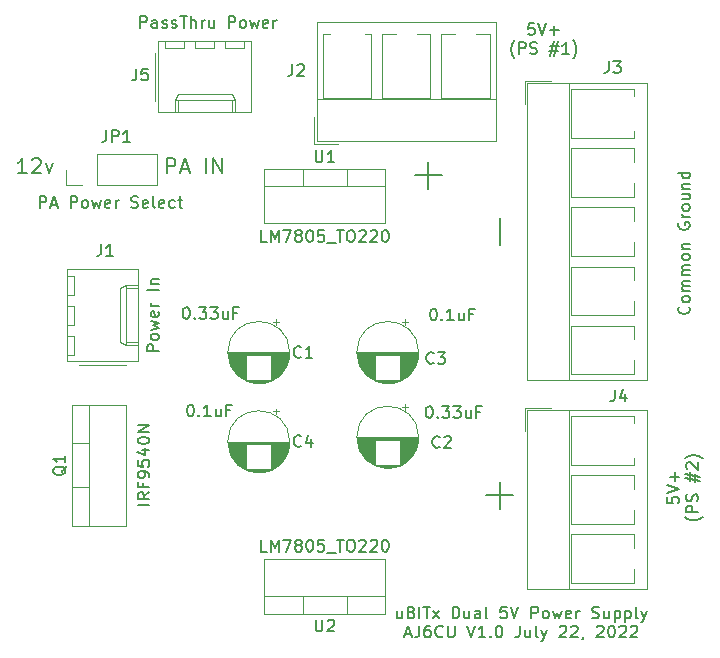
<source format=gbr>
%TF.GenerationSoftware,KiCad,Pcbnew,(6.0.6)*%
%TF.CreationDate,2022-07-29T16:28:39-07:00*%
%TF.ProjectId,ubitx power supply,75626974-7820-4706-9f77-657220737570,rev?*%
%TF.SameCoordinates,Original*%
%TF.FileFunction,Legend,Top*%
%TF.FilePolarity,Positive*%
%FSLAX46Y46*%
G04 Gerber Fmt 4.6, Leading zero omitted, Abs format (unit mm)*
G04 Created by KiCad (PCBNEW (6.0.6)) date 2022-07-29 16:28:39*
%MOMM*%
%LPD*%
G01*
G04 APERTURE LIST*
%ADD10C,0.150000*%
%ADD11C,0.120000*%
G04 APERTURE END LIST*
D10*
X148669476Y-60496380D02*
X148193285Y-60496380D01*
X148145666Y-60972571D01*
X148193285Y-60924952D01*
X148288523Y-60877333D01*
X148526619Y-60877333D01*
X148621857Y-60924952D01*
X148669476Y-60972571D01*
X148717095Y-61067809D01*
X148717095Y-61305904D01*
X148669476Y-61401142D01*
X148621857Y-61448761D01*
X148526619Y-61496380D01*
X148288523Y-61496380D01*
X148193285Y-61448761D01*
X148145666Y-61401142D01*
X149002809Y-60496380D02*
X149336142Y-61496380D01*
X149669476Y-60496380D01*
X150002809Y-61115428D02*
X150764714Y-61115428D01*
X150383761Y-61496380D02*
X150383761Y-60734476D01*
X147002809Y-63487333D02*
X146955190Y-63439714D01*
X146859952Y-63296857D01*
X146812333Y-63201619D01*
X146764714Y-63058761D01*
X146717095Y-62820666D01*
X146717095Y-62630190D01*
X146764714Y-62392095D01*
X146812333Y-62249238D01*
X146859952Y-62154000D01*
X146955190Y-62011142D01*
X147002809Y-61963523D01*
X147383761Y-63106380D02*
X147383761Y-62106380D01*
X147764714Y-62106380D01*
X147859952Y-62154000D01*
X147907571Y-62201619D01*
X147955190Y-62296857D01*
X147955190Y-62439714D01*
X147907571Y-62534952D01*
X147859952Y-62582571D01*
X147764714Y-62630190D01*
X147383761Y-62630190D01*
X148336142Y-63058761D02*
X148479000Y-63106380D01*
X148717095Y-63106380D01*
X148812333Y-63058761D01*
X148859952Y-63011142D01*
X148907571Y-62915904D01*
X148907571Y-62820666D01*
X148859952Y-62725428D01*
X148812333Y-62677809D01*
X148717095Y-62630190D01*
X148526619Y-62582571D01*
X148431380Y-62534952D01*
X148383761Y-62487333D01*
X148336142Y-62392095D01*
X148336142Y-62296857D01*
X148383761Y-62201619D01*
X148431380Y-62154000D01*
X148526619Y-62106380D01*
X148764714Y-62106380D01*
X148907571Y-62154000D01*
X150050428Y-62439714D02*
X150764714Y-62439714D01*
X150336142Y-62011142D02*
X150050428Y-63296857D01*
X150669476Y-62868285D02*
X149955190Y-62868285D01*
X150383761Y-63296857D02*
X150669476Y-62011142D01*
X151621857Y-63106380D02*
X151050428Y-63106380D01*
X151336142Y-63106380D02*
X151336142Y-62106380D01*
X151240904Y-62249238D01*
X151145666Y-62344476D01*
X151050428Y-62392095D01*
X151955190Y-63487333D02*
X152002809Y-63439714D01*
X152098047Y-63296857D01*
X152145666Y-63201619D01*
X152193285Y-63058761D01*
X152240904Y-62820666D01*
X152240904Y-62630190D01*
X152193285Y-62392095D01*
X152145666Y-62249238D01*
X152098047Y-62154000D01*
X152002809Y-62011142D01*
X151955190Y-61963523D01*
X161774142Y-84501952D02*
X161821761Y-84549571D01*
X161869380Y-84692428D01*
X161869380Y-84787666D01*
X161821761Y-84930523D01*
X161726523Y-85025761D01*
X161631285Y-85073380D01*
X161440809Y-85121000D01*
X161297952Y-85121000D01*
X161107476Y-85073380D01*
X161012238Y-85025761D01*
X160917000Y-84930523D01*
X160869380Y-84787666D01*
X160869380Y-84692428D01*
X160917000Y-84549571D01*
X160964619Y-84501952D01*
X161869380Y-83930523D02*
X161821761Y-84025761D01*
X161774142Y-84073380D01*
X161678904Y-84121000D01*
X161393190Y-84121000D01*
X161297952Y-84073380D01*
X161250333Y-84025761D01*
X161202714Y-83930523D01*
X161202714Y-83787666D01*
X161250333Y-83692428D01*
X161297952Y-83644809D01*
X161393190Y-83597190D01*
X161678904Y-83597190D01*
X161774142Y-83644809D01*
X161821761Y-83692428D01*
X161869380Y-83787666D01*
X161869380Y-83930523D01*
X161869380Y-83168619D02*
X161202714Y-83168619D01*
X161297952Y-83168619D02*
X161250333Y-83121000D01*
X161202714Y-83025761D01*
X161202714Y-82882904D01*
X161250333Y-82787666D01*
X161345571Y-82740047D01*
X161869380Y-82740047D01*
X161345571Y-82740047D02*
X161250333Y-82692428D01*
X161202714Y-82597190D01*
X161202714Y-82454333D01*
X161250333Y-82359095D01*
X161345571Y-82311476D01*
X161869380Y-82311476D01*
X161869380Y-81835285D02*
X161202714Y-81835285D01*
X161297952Y-81835285D02*
X161250333Y-81787666D01*
X161202714Y-81692428D01*
X161202714Y-81549571D01*
X161250333Y-81454333D01*
X161345571Y-81406714D01*
X161869380Y-81406714D01*
X161345571Y-81406714D02*
X161250333Y-81359095D01*
X161202714Y-81263857D01*
X161202714Y-81121000D01*
X161250333Y-81025761D01*
X161345571Y-80978142D01*
X161869380Y-80978142D01*
X161869380Y-80359095D02*
X161821761Y-80454333D01*
X161774142Y-80501952D01*
X161678904Y-80549571D01*
X161393190Y-80549571D01*
X161297952Y-80501952D01*
X161250333Y-80454333D01*
X161202714Y-80359095D01*
X161202714Y-80216238D01*
X161250333Y-80121000D01*
X161297952Y-80073380D01*
X161393190Y-80025761D01*
X161678904Y-80025761D01*
X161774142Y-80073380D01*
X161821761Y-80121000D01*
X161869380Y-80216238D01*
X161869380Y-80359095D01*
X161202714Y-79597190D02*
X161869380Y-79597190D01*
X161297952Y-79597190D02*
X161250333Y-79549571D01*
X161202714Y-79454333D01*
X161202714Y-79311476D01*
X161250333Y-79216238D01*
X161345571Y-79168619D01*
X161869380Y-79168619D01*
X160917000Y-77406714D02*
X160869380Y-77501952D01*
X160869380Y-77644809D01*
X160917000Y-77787666D01*
X161012238Y-77882904D01*
X161107476Y-77930523D01*
X161297952Y-77978142D01*
X161440809Y-77978142D01*
X161631285Y-77930523D01*
X161726523Y-77882904D01*
X161821761Y-77787666D01*
X161869380Y-77644809D01*
X161869380Y-77549571D01*
X161821761Y-77406714D01*
X161774142Y-77359095D01*
X161440809Y-77359095D01*
X161440809Y-77549571D01*
X161869380Y-76930523D02*
X161202714Y-76930523D01*
X161393190Y-76930523D02*
X161297952Y-76882904D01*
X161250333Y-76835285D01*
X161202714Y-76740047D01*
X161202714Y-76644809D01*
X161869380Y-76168619D02*
X161821761Y-76263857D01*
X161774142Y-76311476D01*
X161678904Y-76359095D01*
X161393190Y-76359095D01*
X161297952Y-76311476D01*
X161250333Y-76263857D01*
X161202714Y-76168619D01*
X161202714Y-76025761D01*
X161250333Y-75930523D01*
X161297952Y-75882904D01*
X161393190Y-75835285D01*
X161678904Y-75835285D01*
X161774142Y-75882904D01*
X161821761Y-75930523D01*
X161869380Y-76025761D01*
X161869380Y-76168619D01*
X161202714Y-74978142D02*
X161869380Y-74978142D01*
X161202714Y-75406714D02*
X161726523Y-75406714D01*
X161821761Y-75359095D01*
X161869380Y-75263857D01*
X161869380Y-75121000D01*
X161821761Y-75025761D01*
X161774142Y-74978142D01*
X161202714Y-74501952D02*
X161869380Y-74501952D01*
X161297952Y-74501952D02*
X161250333Y-74454333D01*
X161202714Y-74359095D01*
X161202714Y-74216238D01*
X161250333Y-74121000D01*
X161345571Y-74073380D01*
X161869380Y-74073380D01*
X161869380Y-73168619D02*
X160869380Y-73168619D01*
X161821761Y-73168619D02*
X161869380Y-73263857D01*
X161869380Y-73454333D01*
X161821761Y-73549571D01*
X161774142Y-73597190D01*
X161678904Y-73644809D01*
X161393190Y-73644809D01*
X161297952Y-73597190D01*
X161250333Y-73549571D01*
X161202714Y-73454333D01*
X161202714Y-73263857D01*
X161250333Y-73168619D01*
X117559666Y-73218523D02*
X117559666Y-71948523D01*
X118043476Y-71948523D01*
X118164428Y-72009000D01*
X118224904Y-72069476D01*
X118285380Y-72190428D01*
X118285380Y-72371857D01*
X118224904Y-72492809D01*
X118164428Y-72553285D01*
X118043476Y-72613761D01*
X117559666Y-72613761D01*
X118769190Y-72855666D02*
X119373952Y-72855666D01*
X118648238Y-73218523D02*
X119071571Y-71948523D01*
X119494904Y-73218523D01*
X120885857Y-73218523D02*
X120885857Y-71948523D01*
X121490619Y-73218523D02*
X121490619Y-71948523D01*
X122216333Y-73218523D01*
X122216333Y-71948523D01*
X105700285Y-73218523D02*
X104974571Y-73218523D01*
X105337428Y-73218523D02*
X105337428Y-71948523D01*
X105216476Y-72129952D01*
X105095523Y-72250904D01*
X104974571Y-72311380D01*
X106184095Y-72069476D02*
X106244571Y-72009000D01*
X106365523Y-71948523D01*
X106667904Y-71948523D01*
X106788857Y-72009000D01*
X106849333Y-72069476D01*
X106909809Y-72190428D01*
X106909809Y-72311380D01*
X106849333Y-72492809D01*
X106123619Y-73218523D01*
X106909809Y-73218523D01*
X107333142Y-72371857D02*
X107635523Y-73218523D01*
X107937904Y-72371857D01*
X159937380Y-100631523D02*
X159937380Y-101107714D01*
X160413571Y-101155333D01*
X160365952Y-101107714D01*
X160318333Y-101012476D01*
X160318333Y-100774380D01*
X160365952Y-100679142D01*
X160413571Y-100631523D01*
X160508809Y-100583904D01*
X160746904Y-100583904D01*
X160842142Y-100631523D01*
X160889761Y-100679142D01*
X160937380Y-100774380D01*
X160937380Y-101012476D01*
X160889761Y-101107714D01*
X160842142Y-101155333D01*
X159937380Y-100298190D02*
X160937380Y-99964857D01*
X159937380Y-99631523D01*
X160556428Y-99298190D02*
X160556428Y-98536285D01*
X160937380Y-98917238D02*
X160175476Y-98917238D01*
X162928333Y-102298190D02*
X162880714Y-102345809D01*
X162737857Y-102441047D01*
X162642619Y-102488666D01*
X162499761Y-102536285D01*
X162261666Y-102583904D01*
X162071190Y-102583904D01*
X161833095Y-102536285D01*
X161690238Y-102488666D01*
X161595000Y-102441047D01*
X161452142Y-102345809D01*
X161404523Y-102298190D01*
X162547380Y-101917238D02*
X161547380Y-101917238D01*
X161547380Y-101536285D01*
X161595000Y-101441047D01*
X161642619Y-101393428D01*
X161737857Y-101345809D01*
X161880714Y-101345809D01*
X161975952Y-101393428D01*
X162023571Y-101441047D01*
X162071190Y-101536285D01*
X162071190Y-101917238D01*
X162499761Y-100964857D02*
X162547380Y-100822000D01*
X162547380Y-100583904D01*
X162499761Y-100488666D01*
X162452142Y-100441047D01*
X162356904Y-100393428D01*
X162261666Y-100393428D01*
X162166428Y-100441047D01*
X162118809Y-100488666D01*
X162071190Y-100583904D01*
X162023571Y-100774380D01*
X161975952Y-100869619D01*
X161928333Y-100917238D01*
X161833095Y-100964857D01*
X161737857Y-100964857D01*
X161642619Y-100917238D01*
X161595000Y-100869619D01*
X161547380Y-100774380D01*
X161547380Y-100536285D01*
X161595000Y-100393428D01*
X161880714Y-99250571D02*
X161880714Y-98536285D01*
X161452142Y-98964857D02*
X162737857Y-99250571D01*
X162309285Y-98631523D02*
X162309285Y-99345809D01*
X162737857Y-98917238D02*
X161452142Y-98631523D01*
X161642619Y-98250571D02*
X161595000Y-98202952D01*
X161547380Y-98107714D01*
X161547380Y-97869619D01*
X161595000Y-97774380D01*
X161642619Y-97726761D01*
X161737857Y-97679142D01*
X161833095Y-97679142D01*
X161975952Y-97726761D01*
X162547380Y-98298190D01*
X162547380Y-97679142D01*
X162928333Y-97345809D02*
X162880714Y-97298190D01*
X162737857Y-97202952D01*
X162642619Y-97155333D01*
X162499761Y-97107714D01*
X162261666Y-97060095D01*
X162071190Y-97060095D01*
X161833095Y-97107714D01*
X161690238Y-97155333D01*
X161595000Y-97202952D01*
X161452142Y-97298190D01*
X161404523Y-97345809D01*
X137478761Y-110232714D02*
X137478761Y-110899380D01*
X137050190Y-110232714D02*
X137050190Y-110756523D01*
X137097809Y-110851761D01*
X137193047Y-110899380D01*
X137335904Y-110899380D01*
X137431142Y-110851761D01*
X137478761Y-110804142D01*
X138288285Y-110375571D02*
X138431142Y-110423190D01*
X138478761Y-110470809D01*
X138526380Y-110566047D01*
X138526380Y-110708904D01*
X138478761Y-110804142D01*
X138431142Y-110851761D01*
X138335904Y-110899380D01*
X137954952Y-110899380D01*
X137954952Y-109899380D01*
X138288285Y-109899380D01*
X138383523Y-109947000D01*
X138431142Y-109994619D01*
X138478761Y-110089857D01*
X138478761Y-110185095D01*
X138431142Y-110280333D01*
X138383523Y-110327952D01*
X138288285Y-110375571D01*
X137954952Y-110375571D01*
X138954952Y-110899380D02*
X138954952Y-109899380D01*
X139288285Y-109899380D02*
X139859714Y-109899380D01*
X139574000Y-110899380D02*
X139574000Y-109899380D01*
X140097809Y-110899380D02*
X140621619Y-110232714D01*
X140097809Y-110232714D02*
X140621619Y-110899380D01*
X141764476Y-110899380D02*
X141764476Y-109899380D01*
X142002571Y-109899380D01*
X142145428Y-109947000D01*
X142240666Y-110042238D01*
X142288285Y-110137476D01*
X142335904Y-110327952D01*
X142335904Y-110470809D01*
X142288285Y-110661285D01*
X142240666Y-110756523D01*
X142145428Y-110851761D01*
X142002571Y-110899380D01*
X141764476Y-110899380D01*
X143193047Y-110232714D02*
X143193047Y-110899380D01*
X142764476Y-110232714D02*
X142764476Y-110756523D01*
X142812095Y-110851761D01*
X142907333Y-110899380D01*
X143050190Y-110899380D01*
X143145428Y-110851761D01*
X143193047Y-110804142D01*
X144097809Y-110899380D02*
X144097809Y-110375571D01*
X144050190Y-110280333D01*
X143954952Y-110232714D01*
X143764476Y-110232714D01*
X143669238Y-110280333D01*
X144097809Y-110851761D02*
X144002571Y-110899380D01*
X143764476Y-110899380D01*
X143669238Y-110851761D01*
X143621619Y-110756523D01*
X143621619Y-110661285D01*
X143669238Y-110566047D01*
X143764476Y-110518428D01*
X144002571Y-110518428D01*
X144097809Y-110470809D01*
X144716857Y-110899380D02*
X144621619Y-110851761D01*
X144574000Y-110756523D01*
X144574000Y-109899380D01*
X146335904Y-109899380D02*
X145859714Y-109899380D01*
X145812095Y-110375571D01*
X145859714Y-110327952D01*
X145954952Y-110280333D01*
X146193047Y-110280333D01*
X146288285Y-110327952D01*
X146335904Y-110375571D01*
X146383523Y-110470809D01*
X146383523Y-110708904D01*
X146335904Y-110804142D01*
X146288285Y-110851761D01*
X146193047Y-110899380D01*
X145954952Y-110899380D01*
X145859714Y-110851761D01*
X145812095Y-110804142D01*
X146669238Y-109899380D02*
X147002571Y-110899380D01*
X147335904Y-109899380D01*
X148431142Y-110899380D02*
X148431142Y-109899380D01*
X148812095Y-109899380D01*
X148907333Y-109947000D01*
X148954952Y-109994619D01*
X149002571Y-110089857D01*
X149002571Y-110232714D01*
X148954952Y-110327952D01*
X148907333Y-110375571D01*
X148812095Y-110423190D01*
X148431142Y-110423190D01*
X149573999Y-110899380D02*
X149478761Y-110851761D01*
X149431142Y-110804142D01*
X149383523Y-110708904D01*
X149383523Y-110423190D01*
X149431142Y-110327952D01*
X149478761Y-110280333D01*
X149573999Y-110232714D01*
X149716857Y-110232714D01*
X149812095Y-110280333D01*
X149859714Y-110327952D01*
X149907333Y-110423190D01*
X149907333Y-110708904D01*
X149859714Y-110804142D01*
X149812095Y-110851761D01*
X149716857Y-110899380D01*
X149573999Y-110899380D01*
X150240666Y-110232714D02*
X150431142Y-110899380D01*
X150621619Y-110423190D01*
X150812095Y-110899380D01*
X151002571Y-110232714D01*
X151764476Y-110851761D02*
X151669238Y-110899380D01*
X151478761Y-110899380D01*
X151383523Y-110851761D01*
X151335904Y-110756523D01*
X151335904Y-110375571D01*
X151383523Y-110280333D01*
X151478761Y-110232714D01*
X151669238Y-110232714D01*
X151764476Y-110280333D01*
X151812095Y-110375571D01*
X151812095Y-110470809D01*
X151335904Y-110566047D01*
X152240666Y-110899380D02*
X152240666Y-110232714D01*
X152240666Y-110423190D02*
X152288285Y-110327952D01*
X152335904Y-110280333D01*
X152431142Y-110232714D01*
X152526380Y-110232714D01*
X153573999Y-110851761D02*
X153716857Y-110899380D01*
X153954952Y-110899380D01*
X154050190Y-110851761D01*
X154097809Y-110804142D01*
X154145428Y-110708904D01*
X154145428Y-110613666D01*
X154097809Y-110518428D01*
X154050190Y-110470809D01*
X153954952Y-110423190D01*
X153764476Y-110375571D01*
X153669238Y-110327952D01*
X153621619Y-110280333D01*
X153573999Y-110185095D01*
X153573999Y-110089857D01*
X153621619Y-109994619D01*
X153669238Y-109947000D01*
X153764476Y-109899380D01*
X154002571Y-109899380D01*
X154145428Y-109947000D01*
X155002571Y-110232714D02*
X155002571Y-110899380D01*
X154573999Y-110232714D02*
X154573999Y-110756523D01*
X154621619Y-110851761D01*
X154716857Y-110899380D01*
X154859714Y-110899380D01*
X154954952Y-110851761D01*
X155002571Y-110804142D01*
X155478761Y-110232714D02*
X155478761Y-111232714D01*
X155478761Y-110280333D02*
X155573999Y-110232714D01*
X155764476Y-110232714D01*
X155859714Y-110280333D01*
X155907333Y-110327952D01*
X155954952Y-110423190D01*
X155954952Y-110708904D01*
X155907333Y-110804142D01*
X155859714Y-110851761D01*
X155764476Y-110899380D01*
X155573999Y-110899380D01*
X155478761Y-110851761D01*
X156383523Y-110232714D02*
X156383523Y-111232714D01*
X156383523Y-110280333D02*
X156478761Y-110232714D01*
X156669238Y-110232714D01*
X156764476Y-110280333D01*
X156812095Y-110327952D01*
X156859714Y-110423190D01*
X156859714Y-110708904D01*
X156812095Y-110804142D01*
X156764476Y-110851761D01*
X156669238Y-110899380D01*
X156478761Y-110899380D01*
X156383523Y-110851761D01*
X157431142Y-110899380D02*
X157335904Y-110851761D01*
X157288285Y-110756523D01*
X157288285Y-109899380D01*
X157716857Y-110232714D02*
X157954952Y-110899380D01*
X158193047Y-110232714D02*
X157954952Y-110899380D01*
X157859714Y-111137476D01*
X157812095Y-111185095D01*
X157716857Y-111232714D01*
X137740666Y-112223666D02*
X138216857Y-112223666D01*
X137645428Y-112509380D02*
X137978761Y-111509380D01*
X138312095Y-112509380D01*
X138931142Y-111509380D02*
X138931142Y-112223666D01*
X138883523Y-112366523D01*
X138788285Y-112461761D01*
X138645428Y-112509380D01*
X138550190Y-112509380D01*
X139835904Y-111509380D02*
X139645428Y-111509380D01*
X139550190Y-111557000D01*
X139502571Y-111604619D01*
X139407333Y-111747476D01*
X139359714Y-111937952D01*
X139359714Y-112318904D01*
X139407333Y-112414142D01*
X139454952Y-112461761D01*
X139550190Y-112509380D01*
X139740666Y-112509380D01*
X139835904Y-112461761D01*
X139883523Y-112414142D01*
X139931142Y-112318904D01*
X139931142Y-112080809D01*
X139883523Y-111985571D01*
X139835904Y-111937952D01*
X139740666Y-111890333D01*
X139550190Y-111890333D01*
X139454952Y-111937952D01*
X139407333Y-111985571D01*
X139359714Y-112080809D01*
X140931142Y-112414142D02*
X140883523Y-112461761D01*
X140740666Y-112509380D01*
X140645428Y-112509380D01*
X140502571Y-112461761D01*
X140407333Y-112366523D01*
X140359714Y-112271285D01*
X140312095Y-112080809D01*
X140312095Y-111937952D01*
X140359714Y-111747476D01*
X140407333Y-111652238D01*
X140502571Y-111557000D01*
X140645428Y-111509380D01*
X140740666Y-111509380D01*
X140883523Y-111557000D01*
X140931142Y-111604619D01*
X141359714Y-111509380D02*
X141359714Y-112318904D01*
X141407333Y-112414142D01*
X141454952Y-112461761D01*
X141550190Y-112509380D01*
X141740666Y-112509380D01*
X141835904Y-112461761D01*
X141883523Y-112414142D01*
X141931142Y-112318904D01*
X141931142Y-111509380D01*
X143026380Y-111509380D02*
X143359714Y-112509380D01*
X143693047Y-111509380D01*
X144550190Y-112509380D02*
X143978761Y-112509380D01*
X144264476Y-112509380D02*
X144264476Y-111509380D01*
X144169238Y-111652238D01*
X144074000Y-111747476D01*
X143978761Y-111795095D01*
X144978761Y-112414142D02*
X145026380Y-112461761D01*
X144978761Y-112509380D01*
X144931142Y-112461761D01*
X144978761Y-112414142D01*
X144978761Y-112509380D01*
X145645428Y-111509380D02*
X145740666Y-111509380D01*
X145835904Y-111557000D01*
X145883523Y-111604619D01*
X145931142Y-111699857D01*
X145978761Y-111890333D01*
X145978761Y-112128428D01*
X145931142Y-112318904D01*
X145883523Y-112414142D01*
X145835904Y-112461761D01*
X145740666Y-112509380D01*
X145645428Y-112509380D01*
X145550190Y-112461761D01*
X145502571Y-112414142D01*
X145454952Y-112318904D01*
X145407333Y-112128428D01*
X145407333Y-111890333D01*
X145454952Y-111699857D01*
X145502571Y-111604619D01*
X145550190Y-111557000D01*
X145645428Y-111509380D01*
X147454952Y-111509380D02*
X147454952Y-112223666D01*
X147407333Y-112366523D01*
X147312095Y-112461761D01*
X147169238Y-112509380D01*
X147074000Y-112509380D01*
X148359714Y-111842714D02*
X148359714Y-112509380D01*
X147931142Y-111842714D02*
X147931142Y-112366523D01*
X147978761Y-112461761D01*
X148074000Y-112509380D01*
X148216857Y-112509380D01*
X148312095Y-112461761D01*
X148359714Y-112414142D01*
X148978761Y-112509380D02*
X148883523Y-112461761D01*
X148835904Y-112366523D01*
X148835904Y-111509380D01*
X149264476Y-111842714D02*
X149502571Y-112509380D01*
X149740666Y-111842714D02*
X149502571Y-112509380D01*
X149407333Y-112747476D01*
X149359714Y-112795095D01*
X149264476Y-112842714D01*
X150835904Y-111604619D02*
X150883523Y-111557000D01*
X150978761Y-111509380D01*
X151216857Y-111509380D01*
X151312095Y-111557000D01*
X151359714Y-111604619D01*
X151407333Y-111699857D01*
X151407333Y-111795095D01*
X151359714Y-111937952D01*
X150788285Y-112509380D01*
X151407333Y-112509380D01*
X151788285Y-111604619D02*
X151835904Y-111557000D01*
X151931142Y-111509380D01*
X152169238Y-111509380D01*
X152264476Y-111557000D01*
X152312095Y-111604619D01*
X152359714Y-111699857D01*
X152359714Y-111795095D01*
X152312095Y-111937952D01*
X151740666Y-112509380D01*
X152359714Y-112509380D01*
X152835904Y-112461761D02*
X152835904Y-112509380D01*
X152788285Y-112604619D01*
X152740666Y-112652238D01*
X153978761Y-111604619D02*
X154026380Y-111557000D01*
X154121619Y-111509380D01*
X154359714Y-111509380D01*
X154454952Y-111557000D01*
X154502571Y-111604619D01*
X154550190Y-111699857D01*
X154550190Y-111795095D01*
X154502571Y-111937952D01*
X153931142Y-112509380D01*
X154550190Y-112509380D01*
X155169238Y-111509380D02*
X155264476Y-111509380D01*
X155359714Y-111557000D01*
X155407333Y-111604619D01*
X155454952Y-111699857D01*
X155502571Y-111890333D01*
X155502571Y-112128428D01*
X155454952Y-112318904D01*
X155407333Y-112414142D01*
X155359714Y-112461761D01*
X155264476Y-112509380D01*
X155169238Y-112509380D01*
X155074000Y-112461761D01*
X155026380Y-112414142D01*
X154978761Y-112318904D01*
X154931142Y-112128428D01*
X154931142Y-111890333D01*
X154978761Y-111699857D01*
X155026380Y-111604619D01*
X155074000Y-111557000D01*
X155169238Y-111509380D01*
X155883523Y-111604619D02*
X155931142Y-111557000D01*
X156026380Y-111509380D01*
X156264476Y-111509380D01*
X156359714Y-111557000D01*
X156407333Y-111604619D01*
X156454952Y-111699857D01*
X156454952Y-111795095D01*
X156407333Y-111937952D01*
X155835904Y-112509380D01*
X156454952Y-112509380D01*
X156835904Y-111604619D02*
X156883523Y-111557000D01*
X156978761Y-111509380D01*
X157216857Y-111509380D01*
X157312095Y-111557000D01*
X157359714Y-111604619D01*
X157407333Y-111699857D01*
X157407333Y-111795095D01*
X157359714Y-111937952D01*
X156788285Y-112509380D01*
X157407333Y-112509380D01*
%TO.C,C2*%
X140676333Y-96369142D02*
X140628714Y-96416761D01*
X140485857Y-96464380D01*
X140390619Y-96464380D01*
X140247761Y-96416761D01*
X140152523Y-96321523D01*
X140104904Y-96226285D01*
X140057285Y-96035809D01*
X140057285Y-95892952D01*
X140104904Y-95702476D01*
X140152523Y-95607238D01*
X140247761Y-95512000D01*
X140390619Y-95464380D01*
X140485857Y-95464380D01*
X140628714Y-95512000D01*
X140676333Y-95559619D01*
X141057285Y-95559619D02*
X141104904Y-95512000D01*
X141200142Y-95464380D01*
X141438238Y-95464380D01*
X141533476Y-95512000D01*
X141581095Y-95559619D01*
X141628714Y-95654857D01*
X141628714Y-95750095D01*
X141581095Y-95892952D01*
X141009666Y-96464380D01*
X141628714Y-96464380D01*
X139739952Y-92924380D02*
X139835190Y-92924380D01*
X139930428Y-92972000D01*
X139978047Y-93019619D01*
X140025666Y-93114857D01*
X140073285Y-93305333D01*
X140073285Y-93543428D01*
X140025666Y-93733904D01*
X139978047Y-93829142D01*
X139930428Y-93876761D01*
X139835190Y-93924380D01*
X139739952Y-93924380D01*
X139644714Y-93876761D01*
X139597095Y-93829142D01*
X139549476Y-93733904D01*
X139501857Y-93543428D01*
X139501857Y-93305333D01*
X139549476Y-93114857D01*
X139597095Y-93019619D01*
X139644714Y-92972000D01*
X139739952Y-92924380D01*
X140501857Y-93829142D02*
X140549476Y-93876761D01*
X140501857Y-93924380D01*
X140454238Y-93876761D01*
X140501857Y-93829142D01*
X140501857Y-93924380D01*
X140882809Y-92924380D02*
X141501857Y-92924380D01*
X141168523Y-93305333D01*
X141311380Y-93305333D01*
X141406619Y-93352952D01*
X141454238Y-93400571D01*
X141501857Y-93495809D01*
X141501857Y-93733904D01*
X141454238Y-93829142D01*
X141406619Y-93876761D01*
X141311380Y-93924380D01*
X141025666Y-93924380D01*
X140930428Y-93876761D01*
X140882809Y-93829142D01*
X141835190Y-92924380D02*
X142454238Y-92924380D01*
X142120904Y-93305333D01*
X142263761Y-93305333D01*
X142359000Y-93352952D01*
X142406619Y-93400571D01*
X142454238Y-93495809D01*
X142454238Y-93733904D01*
X142406619Y-93829142D01*
X142359000Y-93876761D01*
X142263761Y-93924380D01*
X141978047Y-93924380D01*
X141882809Y-93876761D01*
X141835190Y-93829142D01*
X143311380Y-93257714D02*
X143311380Y-93924380D01*
X142882809Y-93257714D02*
X142882809Y-93781523D01*
X142930428Y-93876761D01*
X143025666Y-93924380D01*
X143168523Y-93924380D01*
X143263761Y-93876761D01*
X143311380Y-93829142D01*
X144120904Y-93400571D02*
X143787571Y-93400571D01*
X143787571Y-93924380D02*
X143787571Y-92924380D01*
X144263761Y-92924380D01*
%TO.C,Q1*%
X109053619Y-98012238D02*
X109006000Y-98107476D01*
X108910761Y-98202714D01*
X108767904Y-98345571D01*
X108720285Y-98440809D01*
X108720285Y-98536047D01*
X108958380Y-98488428D02*
X108910761Y-98583666D01*
X108815523Y-98678904D01*
X108625047Y-98726523D01*
X108291714Y-98726523D01*
X108101238Y-98678904D01*
X108006000Y-98583666D01*
X107958380Y-98488428D01*
X107958380Y-98297952D01*
X108006000Y-98202714D01*
X108101238Y-98107476D01*
X108291714Y-98059857D01*
X108625047Y-98059857D01*
X108815523Y-98107476D01*
X108910761Y-98202714D01*
X108958380Y-98297952D01*
X108958380Y-98488428D01*
X108958380Y-97107476D02*
X108958380Y-97678904D01*
X108958380Y-97393190D02*
X107958380Y-97393190D01*
X108101238Y-97488428D01*
X108196476Y-97583666D01*
X108244095Y-97678904D01*
X116093380Y-101274142D02*
X115093380Y-101274142D01*
X116093380Y-100226523D02*
X115617190Y-100559857D01*
X116093380Y-100797952D02*
X115093380Y-100797952D01*
X115093380Y-100417000D01*
X115141000Y-100321761D01*
X115188619Y-100274142D01*
X115283857Y-100226523D01*
X115426714Y-100226523D01*
X115521952Y-100274142D01*
X115569571Y-100321761D01*
X115617190Y-100417000D01*
X115617190Y-100797952D01*
X115569571Y-99464619D02*
X115569571Y-99797952D01*
X116093380Y-99797952D02*
X115093380Y-99797952D01*
X115093380Y-99321761D01*
X116093380Y-98893190D02*
X116093380Y-98702714D01*
X116045761Y-98607476D01*
X115998142Y-98559857D01*
X115855285Y-98464619D01*
X115664809Y-98417000D01*
X115283857Y-98417000D01*
X115188619Y-98464619D01*
X115141000Y-98512238D01*
X115093380Y-98607476D01*
X115093380Y-98797952D01*
X115141000Y-98893190D01*
X115188619Y-98940809D01*
X115283857Y-98988428D01*
X115521952Y-98988428D01*
X115617190Y-98940809D01*
X115664809Y-98893190D01*
X115712428Y-98797952D01*
X115712428Y-98607476D01*
X115664809Y-98512238D01*
X115617190Y-98464619D01*
X115521952Y-98417000D01*
X115093380Y-97512238D02*
X115093380Y-97988428D01*
X115569571Y-98036047D01*
X115521952Y-97988428D01*
X115474333Y-97893190D01*
X115474333Y-97655095D01*
X115521952Y-97559857D01*
X115569571Y-97512238D01*
X115664809Y-97464619D01*
X115902904Y-97464619D01*
X115998142Y-97512238D01*
X116045761Y-97559857D01*
X116093380Y-97655095D01*
X116093380Y-97893190D01*
X116045761Y-97988428D01*
X115998142Y-98036047D01*
X115426714Y-96607476D02*
X116093380Y-96607476D01*
X115045761Y-96845571D02*
X115760047Y-97083666D01*
X115760047Y-96464619D01*
X115093380Y-95893190D02*
X115093380Y-95797952D01*
X115141000Y-95702714D01*
X115188619Y-95655095D01*
X115283857Y-95607476D01*
X115474333Y-95559857D01*
X115712428Y-95559857D01*
X115902904Y-95607476D01*
X115998142Y-95655095D01*
X116045761Y-95702714D01*
X116093380Y-95797952D01*
X116093380Y-95893190D01*
X116045761Y-95988428D01*
X115998142Y-96036047D01*
X115902904Y-96083666D01*
X115712428Y-96131285D01*
X115474333Y-96131285D01*
X115283857Y-96083666D01*
X115188619Y-96036047D01*
X115141000Y-95988428D01*
X115093380Y-95893190D01*
X116093380Y-95131285D02*
X115093380Y-95131285D01*
X116093380Y-94559857D01*
X115093380Y-94559857D01*
%TO.C,C4*%
X128932333Y-96287030D02*
X128884714Y-96334649D01*
X128741857Y-96382268D01*
X128646619Y-96382268D01*
X128503761Y-96334649D01*
X128408523Y-96239411D01*
X128360904Y-96144173D01*
X128313285Y-95953697D01*
X128313285Y-95810840D01*
X128360904Y-95620364D01*
X128408523Y-95525126D01*
X128503761Y-95429888D01*
X128646619Y-95382268D01*
X128741857Y-95382268D01*
X128884714Y-95429888D01*
X128932333Y-95477507D01*
X129789476Y-95715602D02*
X129789476Y-96382268D01*
X129551380Y-95334649D02*
X129313285Y-96048935D01*
X129932333Y-96048935D01*
X119515142Y-92797380D02*
X119610380Y-92797380D01*
X119705619Y-92845000D01*
X119753238Y-92892619D01*
X119800857Y-92987857D01*
X119848476Y-93178333D01*
X119848476Y-93416428D01*
X119800857Y-93606904D01*
X119753238Y-93702142D01*
X119705619Y-93749761D01*
X119610380Y-93797380D01*
X119515142Y-93797380D01*
X119419904Y-93749761D01*
X119372285Y-93702142D01*
X119324666Y-93606904D01*
X119277047Y-93416428D01*
X119277047Y-93178333D01*
X119324666Y-92987857D01*
X119372285Y-92892619D01*
X119419904Y-92845000D01*
X119515142Y-92797380D01*
X120277047Y-93702142D02*
X120324666Y-93749761D01*
X120277047Y-93797380D01*
X120229428Y-93749761D01*
X120277047Y-93702142D01*
X120277047Y-93797380D01*
X121277047Y-93797380D02*
X120705619Y-93797380D01*
X120991333Y-93797380D02*
X120991333Y-92797380D01*
X120896095Y-92940238D01*
X120800857Y-93035476D01*
X120705619Y-93083095D01*
X122134190Y-93130714D02*
X122134190Y-93797380D01*
X121705619Y-93130714D02*
X121705619Y-93654523D01*
X121753238Y-93749761D01*
X121848476Y-93797380D01*
X121991333Y-93797380D01*
X122086571Y-93749761D01*
X122134190Y-93702142D01*
X122943714Y-93273571D02*
X122610380Y-93273571D01*
X122610380Y-93797380D02*
X122610380Y-92797380D01*
X123086571Y-92797380D01*
%TO.C,J3*%
X154987666Y-63714380D02*
X154987666Y-64428666D01*
X154940047Y-64571523D01*
X154844809Y-64666761D01*
X154701952Y-64714380D01*
X154606714Y-64714380D01*
X155368619Y-63714380D02*
X155987666Y-63714380D01*
X155654333Y-64095333D01*
X155797190Y-64095333D01*
X155892428Y-64142952D01*
X155940047Y-64190571D01*
X155987666Y-64285809D01*
X155987666Y-64523904D01*
X155940047Y-64619142D01*
X155892428Y-64666761D01*
X155797190Y-64714380D01*
X155511476Y-64714380D01*
X155416238Y-64666761D01*
X155368619Y-64619142D01*
X145756285Y-79247857D02*
X145756285Y-76962142D01*
%TO.C,U1*%
X130175095Y-71257604D02*
X130175095Y-72067128D01*
X130222714Y-72162366D01*
X130270333Y-72209985D01*
X130365571Y-72257604D01*
X130556047Y-72257604D01*
X130651285Y-72209985D01*
X130698904Y-72162366D01*
X130746523Y-72067128D01*
X130746523Y-71257604D01*
X131746523Y-72257604D02*
X131175095Y-72257604D01*
X131460809Y-72257604D02*
X131460809Y-71257604D01*
X131365571Y-71400462D01*
X131270333Y-71495700D01*
X131175095Y-71543319D01*
X126056047Y-79027604D02*
X125579857Y-79027604D01*
X125579857Y-78027604D01*
X126389380Y-79027604D02*
X126389380Y-78027604D01*
X126722714Y-78741890D01*
X127056047Y-78027604D01*
X127056047Y-79027604D01*
X127437000Y-78027604D02*
X128103666Y-78027604D01*
X127675095Y-79027604D01*
X128627476Y-78456176D02*
X128532238Y-78408557D01*
X128484619Y-78360938D01*
X128437000Y-78265700D01*
X128437000Y-78218081D01*
X128484619Y-78122843D01*
X128532238Y-78075224D01*
X128627476Y-78027604D01*
X128817952Y-78027604D01*
X128913190Y-78075224D01*
X128960809Y-78122843D01*
X129008428Y-78218081D01*
X129008428Y-78265700D01*
X128960809Y-78360938D01*
X128913190Y-78408557D01*
X128817952Y-78456176D01*
X128627476Y-78456176D01*
X128532238Y-78503795D01*
X128484619Y-78551414D01*
X128437000Y-78646652D01*
X128437000Y-78837128D01*
X128484619Y-78932366D01*
X128532238Y-78979985D01*
X128627476Y-79027604D01*
X128817952Y-79027604D01*
X128913190Y-78979985D01*
X128960809Y-78932366D01*
X129008428Y-78837128D01*
X129008428Y-78646652D01*
X128960809Y-78551414D01*
X128913190Y-78503795D01*
X128817952Y-78456176D01*
X129627476Y-78027604D02*
X129722714Y-78027604D01*
X129817952Y-78075224D01*
X129865571Y-78122843D01*
X129913190Y-78218081D01*
X129960809Y-78408557D01*
X129960809Y-78646652D01*
X129913190Y-78837128D01*
X129865571Y-78932366D01*
X129817952Y-78979985D01*
X129722714Y-79027604D01*
X129627476Y-79027604D01*
X129532238Y-78979985D01*
X129484619Y-78932366D01*
X129437000Y-78837128D01*
X129389380Y-78646652D01*
X129389380Y-78408557D01*
X129437000Y-78218081D01*
X129484619Y-78122843D01*
X129532238Y-78075224D01*
X129627476Y-78027604D01*
X130865571Y-78027604D02*
X130389380Y-78027604D01*
X130341761Y-78503795D01*
X130389380Y-78456176D01*
X130484619Y-78408557D01*
X130722714Y-78408557D01*
X130817952Y-78456176D01*
X130865571Y-78503795D01*
X130913190Y-78599033D01*
X130913190Y-78837128D01*
X130865571Y-78932366D01*
X130817952Y-78979985D01*
X130722714Y-79027604D01*
X130484619Y-79027604D01*
X130389380Y-78979985D01*
X130341761Y-78932366D01*
X131103666Y-79122843D02*
X131865571Y-79122843D01*
X131960809Y-78027604D02*
X132532238Y-78027604D01*
X132246523Y-79027604D02*
X132246523Y-78027604D01*
X133056047Y-78027604D02*
X133246523Y-78027604D01*
X133341761Y-78075224D01*
X133437000Y-78170462D01*
X133484619Y-78360938D01*
X133484619Y-78694271D01*
X133437000Y-78884747D01*
X133341761Y-78979985D01*
X133246523Y-79027604D01*
X133056047Y-79027604D01*
X132960809Y-78979985D01*
X132865571Y-78884747D01*
X132817952Y-78694271D01*
X132817952Y-78360938D01*
X132865571Y-78170462D01*
X132960809Y-78075224D01*
X133056047Y-78027604D01*
X133865571Y-78122843D02*
X133913190Y-78075224D01*
X134008428Y-78027604D01*
X134246523Y-78027604D01*
X134341761Y-78075224D01*
X134389380Y-78122843D01*
X134437000Y-78218081D01*
X134437000Y-78313319D01*
X134389380Y-78456176D01*
X133817952Y-79027604D01*
X134437000Y-79027604D01*
X134817952Y-78122843D02*
X134865571Y-78075224D01*
X134960809Y-78027604D01*
X135198904Y-78027604D01*
X135294142Y-78075224D01*
X135341761Y-78122843D01*
X135389380Y-78218081D01*
X135389380Y-78313319D01*
X135341761Y-78456176D01*
X134770333Y-79027604D01*
X135389380Y-79027604D01*
X136008428Y-78027604D02*
X136103666Y-78027604D01*
X136198904Y-78075224D01*
X136246523Y-78122843D01*
X136294142Y-78218081D01*
X136341761Y-78408557D01*
X136341761Y-78646652D01*
X136294142Y-78837128D01*
X136246523Y-78932366D01*
X136198904Y-78979985D01*
X136103666Y-79027604D01*
X136008428Y-79027604D01*
X135913190Y-78979985D01*
X135865571Y-78932366D01*
X135817952Y-78837128D01*
X135770333Y-78646652D01*
X135770333Y-78408557D01*
X135817952Y-78218081D01*
X135865571Y-78122843D01*
X135913190Y-78075224D01*
X136008428Y-78027604D01*
%TO.C,J4*%
X155495666Y-91527380D02*
X155495666Y-92241666D01*
X155448047Y-92384523D01*
X155352809Y-92479761D01*
X155209952Y-92527380D01*
X155114714Y-92527380D01*
X156400428Y-91860714D02*
X156400428Y-92527380D01*
X156162333Y-91479761D02*
X155924238Y-92194047D01*
X156543285Y-92194047D01*
X145756285Y-101599857D02*
X145756285Y-99314142D01*
X146899142Y-100457000D02*
X144613428Y-100457000D01*
%TO.C,J1*%
X112005666Y-79208380D02*
X112005666Y-79922666D01*
X111958047Y-80065523D01*
X111862809Y-80160761D01*
X111719952Y-80208380D01*
X111624714Y-80208380D01*
X113005666Y-80208380D02*
X112434238Y-80208380D01*
X112719952Y-80208380D02*
X112719952Y-79208380D01*
X112624714Y-79351238D01*
X112529476Y-79446476D01*
X112434238Y-79494095D01*
X116891380Y-88264619D02*
X115891380Y-88264619D01*
X115891380Y-87883666D01*
X115939000Y-87788428D01*
X115986619Y-87740809D01*
X116081857Y-87693190D01*
X116224714Y-87693190D01*
X116319952Y-87740809D01*
X116367571Y-87788428D01*
X116415190Y-87883666D01*
X116415190Y-88264619D01*
X116891380Y-87121761D02*
X116843761Y-87217000D01*
X116796142Y-87264619D01*
X116700904Y-87312238D01*
X116415190Y-87312238D01*
X116319952Y-87264619D01*
X116272333Y-87217000D01*
X116224714Y-87121761D01*
X116224714Y-86978904D01*
X116272333Y-86883666D01*
X116319952Y-86836047D01*
X116415190Y-86788428D01*
X116700904Y-86788428D01*
X116796142Y-86836047D01*
X116843761Y-86883666D01*
X116891380Y-86978904D01*
X116891380Y-87121761D01*
X116224714Y-86455095D02*
X116891380Y-86264619D01*
X116415190Y-86074142D01*
X116891380Y-85883666D01*
X116224714Y-85693190D01*
X116843761Y-84931285D02*
X116891380Y-85026523D01*
X116891380Y-85217000D01*
X116843761Y-85312238D01*
X116748523Y-85359857D01*
X116367571Y-85359857D01*
X116272333Y-85312238D01*
X116224714Y-85217000D01*
X116224714Y-85026523D01*
X116272333Y-84931285D01*
X116367571Y-84883666D01*
X116462809Y-84883666D01*
X116558047Y-85359857D01*
X116891380Y-84455095D02*
X116224714Y-84455095D01*
X116415190Y-84455095D02*
X116319952Y-84407476D01*
X116272333Y-84359857D01*
X116224714Y-84264619D01*
X116224714Y-84169380D01*
X116891380Y-83074142D02*
X115891380Y-83074142D01*
X116224714Y-82597952D02*
X116891380Y-82597952D01*
X116319952Y-82597952D02*
X116272333Y-82550333D01*
X116224714Y-82455095D01*
X116224714Y-82312238D01*
X116272333Y-82217000D01*
X116367571Y-82169380D01*
X116891380Y-82169380D01*
%TO.C,J5*%
X114982666Y-64349380D02*
X114982666Y-65063666D01*
X114935047Y-65206523D01*
X114839809Y-65301761D01*
X114696952Y-65349380D01*
X114601714Y-65349380D01*
X115935047Y-64349380D02*
X115458857Y-64349380D01*
X115411238Y-64825571D01*
X115458857Y-64777952D01*
X115554095Y-64730333D01*
X115792190Y-64730333D01*
X115887428Y-64777952D01*
X115935047Y-64825571D01*
X115982666Y-64920809D01*
X115982666Y-65158904D01*
X115935047Y-65254142D01*
X115887428Y-65301761D01*
X115792190Y-65349380D01*
X115554095Y-65349380D01*
X115458857Y-65301761D01*
X115411238Y-65254142D01*
X115316714Y-60904380D02*
X115316714Y-59904380D01*
X115697666Y-59904380D01*
X115792904Y-59952000D01*
X115840523Y-59999619D01*
X115888142Y-60094857D01*
X115888142Y-60237714D01*
X115840523Y-60332952D01*
X115792904Y-60380571D01*
X115697666Y-60428190D01*
X115316714Y-60428190D01*
X116745285Y-60904380D02*
X116745285Y-60380571D01*
X116697666Y-60285333D01*
X116602428Y-60237714D01*
X116411952Y-60237714D01*
X116316714Y-60285333D01*
X116745285Y-60856761D02*
X116650047Y-60904380D01*
X116411952Y-60904380D01*
X116316714Y-60856761D01*
X116269095Y-60761523D01*
X116269095Y-60666285D01*
X116316714Y-60571047D01*
X116411952Y-60523428D01*
X116650047Y-60523428D01*
X116745285Y-60475809D01*
X117173857Y-60856761D02*
X117269095Y-60904380D01*
X117459571Y-60904380D01*
X117554809Y-60856761D01*
X117602428Y-60761523D01*
X117602428Y-60713904D01*
X117554809Y-60618666D01*
X117459571Y-60571047D01*
X117316714Y-60571047D01*
X117221476Y-60523428D01*
X117173857Y-60428190D01*
X117173857Y-60380571D01*
X117221476Y-60285333D01*
X117316714Y-60237714D01*
X117459571Y-60237714D01*
X117554809Y-60285333D01*
X117983380Y-60856761D02*
X118078619Y-60904380D01*
X118269095Y-60904380D01*
X118364333Y-60856761D01*
X118411952Y-60761523D01*
X118411952Y-60713904D01*
X118364333Y-60618666D01*
X118269095Y-60571047D01*
X118126238Y-60571047D01*
X118031000Y-60523428D01*
X117983380Y-60428190D01*
X117983380Y-60380571D01*
X118031000Y-60285333D01*
X118126238Y-60237714D01*
X118269095Y-60237714D01*
X118364333Y-60285333D01*
X118697666Y-59904380D02*
X119269095Y-59904380D01*
X118983380Y-60904380D02*
X118983380Y-59904380D01*
X119602428Y-60904380D02*
X119602428Y-59904380D01*
X120031000Y-60904380D02*
X120031000Y-60380571D01*
X119983380Y-60285333D01*
X119888142Y-60237714D01*
X119745285Y-60237714D01*
X119650047Y-60285333D01*
X119602428Y-60332952D01*
X120507190Y-60904380D02*
X120507190Y-60237714D01*
X120507190Y-60428190D02*
X120554809Y-60332952D01*
X120602428Y-60285333D01*
X120697666Y-60237714D01*
X120792904Y-60237714D01*
X121554809Y-60237714D02*
X121554809Y-60904380D01*
X121126238Y-60237714D02*
X121126238Y-60761523D01*
X121173857Y-60856761D01*
X121269095Y-60904380D01*
X121411952Y-60904380D01*
X121507190Y-60856761D01*
X121554809Y-60809142D01*
X122792904Y-60904380D02*
X122792904Y-59904380D01*
X123173857Y-59904380D01*
X123269095Y-59952000D01*
X123316714Y-59999619D01*
X123364333Y-60094857D01*
X123364333Y-60237714D01*
X123316714Y-60332952D01*
X123269095Y-60380571D01*
X123173857Y-60428190D01*
X122792904Y-60428190D01*
X123935761Y-60904380D02*
X123840523Y-60856761D01*
X123792904Y-60809142D01*
X123745285Y-60713904D01*
X123745285Y-60428190D01*
X123792904Y-60332952D01*
X123840523Y-60285333D01*
X123935761Y-60237714D01*
X124078619Y-60237714D01*
X124173857Y-60285333D01*
X124221476Y-60332952D01*
X124269095Y-60428190D01*
X124269095Y-60713904D01*
X124221476Y-60809142D01*
X124173857Y-60856761D01*
X124078619Y-60904380D01*
X123935761Y-60904380D01*
X124602428Y-60237714D02*
X124792904Y-60904380D01*
X124983380Y-60428190D01*
X125173857Y-60904380D01*
X125364333Y-60237714D01*
X126126238Y-60856761D02*
X126031000Y-60904380D01*
X125840523Y-60904380D01*
X125745285Y-60856761D01*
X125697666Y-60761523D01*
X125697666Y-60380571D01*
X125745285Y-60285333D01*
X125840523Y-60237714D01*
X126031000Y-60237714D01*
X126126238Y-60285333D01*
X126173857Y-60380571D01*
X126173857Y-60475809D01*
X125697666Y-60571047D01*
X126602428Y-60904380D02*
X126602428Y-60237714D01*
X126602428Y-60428190D02*
X126650047Y-60332952D01*
X126697666Y-60285333D01*
X126792904Y-60237714D01*
X126888142Y-60237714D01*
%TO.C,C1*%
X128932333Y-88729142D02*
X128884714Y-88776761D01*
X128741857Y-88824380D01*
X128646619Y-88824380D01*
X128503761Y-88776761D01*
X128408523Y-88681523D01*
X128360904Y-88586285D01*
X128313285Y-88395809D01*
X128313285Y-88252952D01*
X128360904Y-88062476D01*
X128408523Y-87967238D01*
X128503761Y-87872000D01*
X128646619Y-87824380D01*
X128741857Y-87824380D01*
X128884714Y-87872000D01*
X128932333Y-87919619D01*
X129884714Y-88824380D02*
X129313285Y-88824380D01*
X129599000Y-88824380D02*
X129599000Y-87824380D01*
X129503761Y-87967238D01*
X129408523Y-88062476D01*
X129313285Y-88110095D01*
X119165952Y-84542380D02*
X119261190Y-84542380D01*
X119356428Y-84590000D01*
X119404047Y-84637619D01*
X119451666Y-84732857D01*
X119499285Y-84923333D01*
X119499285Y-85161428D01*
X119451666Y-85351904D01*
X119404047Y-85447142D01*
X119356428Y-85494761D01*
X119261190Y-85542380D01*
X119165952Y-85542380D01*
X119070714Y-85494761D01*
X119023095Y-85447142D01*
X118975476Y-85351904D01*
X118927857Y-85161428D01*
X118927857Y-84923333D01*
X118975476Y-84732857D01*
X119023095Y-84637619D01*
X119070714Y-84590000D01*
X119165952Y-84542380D01*
X119927857Y-85447142D02*
X119975476Y-85494761D01*
X119927857Y-85542380D01*
X119880238Y-85494761D01*
X119927857Y-85447142D01*
X119927857Y-85542380D01*
X120308809Y-84542380D02*
X120927857Y-84542380D01*
X120594523Y-84923333D01*
X120737380Y-84923333D01*
X120832619Y-84970952D01*
X120880238Y-85018571D01*
X120927857Y-85113809D01*
X120927857Y-85351904D01*
X120880238Y-85447142D01*
X120832619Y-85494761D01*
X120737380Y-85542380D01*
X120451666Y-85542380D01*
X120356428Y-85494761D01*
X120308809Y-85447142D01*
X121261190Y-84542380D02*
X121880238Y-84542380D01*
X121546904Y-84923333D01*
X121689761Y-84923333D01*
X121785000Y-84970952D01*
X121832619Y-85018571D01*
X121880238Y-85113809D01*
X121880238Y-85351904D01*
X121832619Y-85447142D01*
X121785000Y-85494761D01*
X121689761Y-85542380D01*
X121404047Y-85542380D01*
X121308809Y-85494761D01*
X121261190Y-85447142D01*
X122737380Y-84875714D02*
X122737380Y-85542380D01*
X122308809Y-84875714D02*
X122308809Y-85399523D01*
X122356428Y-85494761D01*
X122451666Y-85542380D01*
X122594523Y-85542380D01*
X122689761Y-85494761D01*
X122737380Y-85447142D01*
X123546904Y-85018571D02*
X123213571Y-85018571D01*
X123213571Y-85542380D02*
X123213571Y-84542380D01*
X123689761Y-84542380D01*
%TO.C,C3*%
X140168333Y-89257142D02*
X140120714Y-89304761D01*
X139977857Y-89352380D01*
X139882619Y-89352380D01*
X139739761Y-89304761D01*
X139644523Y-89209523D01*
X139596904Y-89114285D01*
X139549285Y-88923809D01*
X139549285Y-88780952D01*
X139596904Y-88590476D01*
X139644523Y-88495238D01*
X139739761Y-88400000D01*
X139882619Y-88352380D01*
X139977857Y-88352380D01*
X140120714Y-88400000D01*
X140168333Y-88447619D01*
X140501666Y-88352380D02*
X141120714Y-88352380D01*
X140787380Y-88733333D01*
X140930238Y-88733333D01*
X141025476Y-88780952D01*
X141073095Y-88828571D01*
X141120714Y-88923809D01*
X141120714Y-89161904D01*
X141073095Y-89257142D01*
X141025476Y-89304761D01*
X140930238Y-89352380D01*
X140644523Y-89352380D01*
X140549285Y-89304761D01*
X140501666Y-89257142D01*
X140089142Y-84669380D02*
X140184380Y-84669380D01*
X140279619Y-84717000D01*
X140327238Y-84764619D01*
X140374857Y-84859857D01*
X140422476Y-85050333D01*
X140422476Y-85288428D01*
X140374857Y-85478904D01*
X140327238Y-85574142D01*
X140279619Y-85621761D01*
X140184380Y-85669380D01*
X140089142Y-85669380D01*
X139993904Y-85621761D01*
X139946285Y-85574142D01*
X139898666Y-85478904D01*
X139851047Y-85288428D01*
X139851047Y-85050333D01*
X139898666Y-84859857D01*
X139946285Y-84764619D01*
X139993904Y-84717000D01*
X140089142Y-84669380D01*
X140851047Y-85574142D02*
X140898666Y-85621761D01*
X140851047Y-85669380D01*
X140803428Y-85621761D01*
X140851047Y-85574142D01*
X140851047Y-85669380D01*
X141851047Y-85669380D02*
X141279619Y-85669380D01*
X141565333Y-85669380D02*
X141565333Y-84669380D01*
X141470095Y-84812238D01*
X141374857Y-84907476D01*
X141279619Y-84955095D01*
X142708190Y-85002714D02*
X142708190Y-85669380D01*
X142279619Y-85002714D02*
X142279619Y-85526523D01*
X142327238Y-85621761D01*
X142422476Y-85669380D01*
X142565333Y-85669380D01*
X142660571Y-85621761D01*
X142708190Y-85574142D01*
X143517714Y-85145571D02*
X143184380Y-85145571D01*
X143184380Y-85669380D02*
X143184380Y-84669380D01*
X143660571Y-84669380D01*
%TO.C,JP1*%
X112450666Y-69556380D02*
X112450666Y-70270666D01*
X112403047Y-70413523D01*
X112307809Y-70508761D01*
X112164952Y-70556380D01*
X112069714Y-70556380D01*
X112926857Y-70556380D02*
X112926857Y-69556380D01*
X113307809Y-69556380D01*
X113403047Y-69604000D01*
X113450666Y-69651619D01*
X113498285Y-69746857D01*
X113498285Y-69889714D01*
X113450666Y-69984952D01*
X113403047Y-70032571D01*
X113307809Y-70080190D01*
X112926857Y-70080190D01*
X114450666Y-70556380D02*
X113879238Y-70556380D01*
X114164952Y-70556380D02*
X114164952Y-69556380D01*
X114069714Y-69699238D01*
X113974476Y-69794476D01*
X113879238Y-69842095D01*
X106799809Y-76144380D02*
X106799809Y-75144380D01*
X107180761Y-75144380D01*
X107276000Y-75192000D01*
X107323619Y-75239619D01*
X107371238Y-75334857D01*
X107371238Y-75477714D01*
X107323619Y-75572952D01*
X107276000Y-75620571D01*
X107180761Y-75668190D01*
X106799809Y-75668190D01*
X107752190Y-75858666D02*
X108228380Y-75858666D01*
X107656952Y-76144380D02*
X107990285Y-75144380D01*
X108323619Y-76144380D01*
X109418857Y-76144380D02*
X109418857Y-75144380D01*
X109799809Y-75144380D01*
X109895047Y-75192000D01*
X109942666Y-75239619D01*
X109990285Y-75334857D01*
X109990285Y-75477714D01*
X109942666Y-75572952D01*
X109895047Y-75620571D01*
X109799809Y-75668190D01*
X109418857Y-75668190D01*
X110561714Y-76144380D02*
X110466476Y-76096761D01*
X110418857Y-76049142D01*
X110371238Y-75953904D01*
X110371238Y-75668190D01*
X110418857Y-75572952D01*
X110466476Y-75525333D01*
X110561714Y-75477714D01*
X110704571Y-75477714D01*
X110799809Y-75525333D01*
X110847428Y-75572952D01*
X110895047Y-75668190D01*
X110895047Y-75953904D01*
X110847428Y-76049142D01*
X110799809Y-76096761D01*
X110704571Y-76144380D01*
X110561714Y-76144380D01*
X111228380Y-75477714D02*
X111418857Y-76144380D01*
X111609333Y-75668190D01*
X111799809Y-76144380D01*
X111990285Y-75477714D01*
X112752190Y-76096761D02*
X112656952Y-76144380D01*
X112466476Y-76144380D01*
X112371238Y-76096761D01*
X112323619Y-76001523D01*
X112323619Y-75620571D01*
X112371238Y-75525333D01*
X112466476Y-75477714D01*
X112656952Y-75477714D01*
X112752190Y-75525333D01*
X112799809Y-75620571D01*
X112799809Y-75715809D01*
X112323619Y-75811047D01*
X113228380Y-76144380D02*
X113228380Y-75477714D01*
X113228380Y-75668190D02*
X113276000Y-75572952D01*
X113323619Y-75525333D01*
X113418857Y-75477714D01*
X113514095Y-75477714D01*
X114561714Y-76096761D02*
X114704571Y-76144380D01*
X114942666Y-76144380D01*
X115037904Y-76096761D01*
X115085523Y-76049142D01*
X115133142Y-75953904D01*
X115133142Y-75858666D01*
X115085523Y-75763428D01*
X115037904Y-75715809D01*
X114942666Y-75668190D01*
X114752190Y-75620571D01*
X114656952Y-75572952D01*
X114609333Y-75525333D01*
X114561714Y-75430095D01*
X114561714Y-75334857D01*
X114609333Y-75239619D01*
X114656952Y-75192000D01*
X114752190Y-75144380D01*
X114990285Y-75144380D01*
X115133142Y-75192000D01*
X115942666Y-76096761D02*
X115847428Y-76144380D01*
X115656952Y-76144380D01*
X115561714Y-76096761D01*
X115514095Y-76001523D01*
X115514095Y-75620571D01*
X115561714Y-75525333D01*
X115656952Y-75477714D01*
X115847428Y-75477714D01*
X115942666Y-75525333D01*
X115990285Y-75620571D01*
X115990285Y-75715809D01*
X115514095Y-75811047D01*
X116561714Y-76144380D02*
X116466476Y-76096761D01*
X116418857Y-76001523D01*
X116418857Y-75144380D01*
X117323619Y-76096761D02*
X117228380Y-76144380D01*
X117037904Y-76144380D01*
X116942666Y-76096761D01*
X116895047Y-76001523D01*
X116895047Y-75620571D01*
X116942666Y-75525333D01*
X117037904Y-75477714D01*
X117228380Y-75477714D01*
X117323619Y-75525333D01*
X117371238Y-75620571D01*
X117371238Y-75715809D01*
X116895047Y-75811047D01*
X118228380Y-76096761D02*
X118133142Y-76144380D01*
X117942666Y-76144380D01*
X117847428Y-76096761D01*
X117799809Y-76049142D01*
X117752190Y-75953904D01*
X117752190Y-75668190D01*
X117799809Y-75572952D01*
X117847428Y-75525333D01*
X117942666Y-75477714D01*
X118133142Y-75477714D01*
X118228380Y-75525333D01*
X118514095Y-75477714D02*
X118895047Y-75477714D01*
X118656952Y-75144380D02*
X118656952Y-76001523D01*
X118704571Y-76096761D01*
X118799809Y-76144380D01*
X118895047Y-76144380D01*
%TO.C,U2*%
X130175095Y-110998604D02*
X130175095Y-111808128D01*
X130222714Y-111903366D01*
X130270333Y-111950985D01*
X130365571Y-111998604D01*
X130556047Y-111998604D01*
X130651285Y-111950985D01*
X130698904Y-111903366D01*
X130746523Y-111808128D01*
X130746523Y-110998604D01*
X131175095Y-111093843D02*
X131222714Y-111046224D01*
X131317952Y-110998604D01*
X131556047Y-110998604D01*
X131651285Y-111046224D01*
X131698904Y-111093843D01*
X131746523Y-111189081D01*
X131746523Y-111284319D01*
X131698904Y-111427176D01*
X131127476Y-111998604D01*
X131746523Y-111998604D01*
X126056047Y-105228604D02*
X125579857Y-105228604D01*
X125579857Y-104228604D01*
X126389380Y-105228604D02*
X126389380Y-104228604D01*
X126722714Y-104942890D01*
X127056047Y-104228604D01*
X127056047Y-105228604D01*
X127437000Y-104228604D02*
X128103666Y-104228604D01*
X127675095Y-105228604D01*
X128627476Y-104657176D02*
X128532238Y-104609557D01*
X128484619Y-104561938D01*
X128437000Y-104466700D01*
X128437000Y-104419081D01*
X128484619Y-104323843D01*
X128532238Y-104276224D01*
X128627476Y-104228604D01*
X128817952Y-104228604D01*
X128913190Y-104276224D01*
X128960809Y-104323843D01*
X129008428Y-104419081D01*
X129008428Y-104466700D01*
X128960809Y-104561938D01*
X128913190Y-104609557D01*
X128817952Y-104657176D01*
X128627476Y-104657176D01*
X128532238Y-104704795D01*
X128484619Y-104752414D01*
X128437000Y-104847652D01*
X128437000Y-105038128D01*
X128484619Y-105133366D01*
X128532238Y-105180985D01*
X128627476Y-105228604D01*
X128817952Y-105228604D01*
X128913190Y-105180985D01*
X128960809Y-105133366D01*
X129008428Y-105038128D01*
X129008428Y-104847652D01*
X128960809Y-104752414D01*
X128913190Y-104704795D01*
X128817952Y-104657176D01*
X129627476Y-104228604D02*
X129722714Y-104228604D01*
X129817952Y-104276224D01*
X129865571Y-104323843D01*
X129913190Y-104419081D01*
X129960809Y-104609557D01*
X129960809Y-104847652D01*
X129913190Y-105038128D01*
X129865571Y-105133366D01*
X129817952Y-105180985D01*
X129722714Y-105228604D01*
X129627476Y-105228604D01*
X129532238Y-105180985D01*
X129484619Y-105133366D01*
X129437000Y-105038128D01*
X129389380Y-104847652D01*
X129389380Y-104609557D01*
X129437000Y-104419081D01*
X129484619Y-104323843D01*
X129532238Y-104276224D01*
X129627476Y-104228604D01*
X130865571Y-104228604D02*
X130389380Y-104228604D01*
X130341761Y-104704795D01*
X130389380Y-104657176D01*
X130484619Y-104609557D01*
X130722714Y-104609557D01*
X130817952Y-104657176D01*
X130865571Y-104704795D01*
X130913190Y-104800033D01*
X130913190Y-105038128D01*
X130865571Y-105133366D01*
X130817952Y-105180985D01*
X130722714Y-105228604D01*
X130484619Y-105228604D01*
X130389380Y-105180985D01*
X130341761Y-105133366D01*
X131103666Y-105323843D02*
X131865571Y-105323843D01*
X131960809Y-104228604D02*
X132532238Y-104228604D01*
X132246523Y-105228604D02*
X132246523Y-104228604D01*
X133056047Y-104228604D02*
X133246523Y-104228604D01*
X133341761Y-104276224D01*
X133437000Y-104371462D01*
X133484619Y-104561938D01*
X133484619Y-104895271D01*
X133437000Y-105085747D01*
X133341761Y-105180985D01*
X133246523Y-105228604D01*
X133056047Y-105228604D01*
X132960809Y-105180985D01*
X132865571Y-105085747D01*
X132817952Y-104895271D01*
X132817952Y-104561938D01*
X132865571Y-104371462D01*
X132960809Y-104276224D01*
X133056047Y-104228604D01*
X133865571Y-104323843D02*
X133913190Y-104276224D01*
X134008428Y-104228604D01*
X134246523Y-104228604D01*
X134341761Y-104276224D01*
X134389380Y-104323843D01*
X134437000Y-104419081D01*
X134437000Y-104514319D01*
X134389380Y-104657176D01*
X133817952Y-105228604D01*
X134437000Y-105228604D01*
X134817952Y-104323843D02*
X134865571Y-104276224D01*
X134960809Y-104228604D01*
X135198904Y-104228604D01*
X135294142Y-104276224D01*
X135341761Y-104323843D01*
X135389380Y-104419081D01*
X135389380Y-104514319D01*
X135341761Y-104657176D01*
X134770333Y-105228604D01*
X135389380Y-105228604D01*
X136008428Y-104228604D02*
X136103666Y-104228604D01*
X136198904Y-104276224D01*
X136246523Y-104323843D01*
X136294142Y-104419081D01*
X136341761Y-104609557D01*
X136341761Y-104847652D01*
X136294142Y-105038128D01*
X136246523Y-105133366D01*
X136198904Y-105180985D01*
X136103666Y-105228604D01*
X136008428Y-105228604D01*
X135913190Y-105180985D01*
X135865571Y-105133366D01*
X135817952Y-105038128D01*
X135770333Y-104847652D01*
X135770333Y-104609557D01*
X135817952Y-104419081D01*
X135865571Y-104323843D01*
X135913190Y-104276224D01*
X136008428Y-104228604D01*
%TO.C,J2*%
X128190666Y-63968380D02*
X128190666Y-64682666D01*
X128143047Y-64825523D01*
X128047809Y-64920761D01*
X127904952Y-64968380D01*
X127809714Y-64968380D01*
X128619238Y-64063619D02*
X128666857Y-64016000D01*
X128762095Y-63968380D01*
X129000190Y-63968380D01*
X129095428Y-64016000D01*
X129143047Y-64063619D01*
X129190666Y-64158857D01*
X129190666Y-64254095D01*
X129143047Y-64396952D01*
X128571619Y-64968380D01*
X129190666Y-64968380D01*
X138557142Y-73366285D02*
X140842857Y-73366285D01*
X139700000Y-74509142D02*
X139700000Y-72223428D01*
D11*
%TO.C,C2*%
X137076000Y-98029888D02*
X135466000Y-98029888D01*
X138849000Y-95668888D02*
X133693000Y-95668888D01*
X137970000Y-97509888D02*
X137311000Y-97509888D01*
X135231000Y-96749888D02*
X133981000Y-96749888D01*
X137876000Y-97589888D02*
X137311000Y-97589888D01*
X138807000Y-96028888D02*
X137311000Y-96028888D01*
X135231000Y-96469888D02*
X133857000Y-96469888D01*
X138208000Y-97269888D02*
X137311000Y-97269888D01*
X138561000Y-96749888D02*
X137311000Y-96749888D01*
X135231000Y-97829888D02*
X135020000Y-97829888D01*
X138685000Y-96469888D02*
X137311000Y-96469888D01*
X138832000Y-95868888D02*
X137311000Y-95868888D01*
X135231000Y-96429888D02*
X133843000Y-96429888D01*
X135231000Y-96589888D02*
X133906000Y-96589888D01*
X135231000Y-96789888D02*
X134003000Y-96789888D01*
X135231000Y-97469888D02*
X134528000Y-97469888D01*
X138275000Y-97189888D02*
X137311000Y-97189888D01*
X135231000Y-97189888D02*
X134267000Y-97189888D01*
X138850000Y-95628888D02*
X133692000Y-95628888D01*
X135231000Y-97509888D02*
X134572000Y-97509888D01*
X138782000Y-96148888D02*
X137311000Y-96148888D01*
X138847000Y-95708888D02*
X133695000Y-95708888D01*
X135231000Y-97709888D02*
X134828000Y-97709888D01*
X138581000Y-96709888D02*
X137311000Y-96709888D01*
X138539000Y-96789888D02*
X137311000Y-96789888D01*
X135231000Y-97549888D02*
X134618000Y-97549888D01*
X137996000Y-92994113D02*
X137496000Y-92994113D01*
X135231000Y-96509888D02*
X133873000Y-96509888D01*
X135231000Y-96629888D02*
X133923000Y-96629888D01*
X138056000Y-97429888D02*
X137311000Y-97429888D01*
X138844000Y-95748888D02*
X133698000Y-95748888D01*
X137924000Y-97549888D02*
X137311000Y-97549888D01*
X135231000Y-95868888D02*
X133710000Y-95868888D01*
X135231000Y-97029888D02*
X134149000Y-97029888D01*
X135231000Y-97389888D02*
X134445000Y-97389888D01*
X135231000Y-96989888D02*
X134122000Y-96989888D01*
X135231000Y-97069888D02*
X134176000Y-97069888D01*
X136948000Y-98069888D02*
X135594000Y-98069888D01*
X135231000Y-95988888D02*
X133728000Y-95988888D01*
X135231000Y-96669888D02*
X133942000Y-96669888D01*
X138821000Y-95948888D02*
X137311000Y-95948888D01*
X138135000Y-97349888D02*
X137311000Y-97349888D01*
X135231000Y-96188888D02*
X133770000Y-96188888D01*
X135231000Y-96148888D02*
X133760000Y-96148888D01*
X138636000Y-96589888D02*
X137311000Y-96589888D01*
X138393000Y-97029888D02*
X137311000Y-97029888D01*
X138739000Y-96309888D02*
X137311000Y-96309888D01*
X138814000Y-95988888D02*
X137311000Y-95988888D01*
X135231000Y-97229888D02*
X134300000Y-97229888D01*
X136555000Y-98149888D02*
X135987000Y-98149888D01*
X135231000Y-97429888D02*
X134486000Y-97429888D01*
X135231000Y-95948888D02*
X133721000Y-95948888D01*
X138097000Y-97389888D02*
X137311000Y-97389888D01*
X135231000Y-97629888D02*
X134717000Y-97629888D01*
X138172000Y-97309888D02*
X137311000Y-97309888D01*
X138446000Y-96949888D02*
X137311000Y-96949888D01*
X138699000Y-96429888D02*
X137311000Y-96429888D01*
X135231000Y-97349888D02*
X134407000Y-97349888D01*
X138336000Y-97109888D02*
X137311000Y-97109888D01*
X135231000Y-96269888D02*
X133791000Y-96269888D01*
X137714000Y-97709888D02*
X137311000Y-97709888D01*
X138751000Y-96269888D02*
X137311000Y-96269888D01*
X138014000Y-97469888D02*
X137311000Y-97469888D01*
X138306000Y-97149888D02*
X137311000Y-97149888D01*
X138420000Y-96989888D02*
X137311000Y-96989888D01*
X135231000Y-97789888D02*
X134952000Y-97789888D01*
X138653000Y-96549888D02*
X137311000Y-96549888D01*
X135231000Y-96349888D02*
X133816000Y-96349888D01*
X135231000Y-97749888D02*
X134888000Y-97749888D01*
X137282000Y-97949888D02*
X135260000Y-97949888D01*
X138600000Y-96669888D02*
X137311000Y-96669888D01*
X138791000Y-96108888D02*
X137311000Y-96108888D01*
X135231000Y-97669888D02*
X134771000Y-97669888D01*
X135231000Y-96389888D02*
X133829000Y-96389888D01*
X137522000Y-97829888D02*
X137311000Y-97829888D01*
X135231000Y-96869888D02*
X134047000Y-96869888D01*
X138799000Y-96068888D02*
X137311000Y-96068888D01*
X138471000Y-96909888D02*
X137311000Y-96909888D01*
X135231000Y-96028888D02*
X133735000Y-96028888D01*
X138619000Y-96629888D02*
X137311000Y-96629888D01*
X138827000Y-95908888D02*
X137311000Y-95908888D01*
X138726000Y-96349888D02*
X137311000Y-96349888D01*
X138713000Y-96389888D02*
X137311000Y-96389888D01*
X135231000Y-96829888D02*
X134024000Y-96829888D01*
X135231000Y-96909888D02*
X134071000Y-96909888D01*
X138495000Y-96869888D02*
X137311000Y-96869888D01*
X135231000Y-95788888D02*
X133702000Y-95788888D01*
X135231000Y-97109888D02*
X134206000Y-97109888D01*
X138851000Y-95548888D02*
X133691000Y-95548888D01*
X135231000Y-96108888D02*
X133751000Y-96108888D01*
X137449000Y-97869888D02*
X135093000Y-97869888D01*
X135231000Y-96709888D02*
X133961000Y-96709888D01*
X135231000Y-96309888D02*
X133803000Y-96309888D01*
X137590000Y-97789888D02*
X137311000Y-97789888D01*
X138518000Y-96829888D02*
X137311000Y-96829888D01*
X137771000Y-97669888D02*
X137311000Y-97669888D01*
X137825000Y-97629888D02*
X137311000Y-97629888D01*
X138836000Y-95828888D02*
X137311000Y-95828888D01*
X138851000Y-95588888D02*
X133691000Y-95588888D01*
X135231000Y-95828888D02*
X133706000Y-95828888D01*
X135231000Y-97269888D02*
X134334000Y-97269888D01*
X135231000Y-96068888D02*
X133743000Y-96068888D01*
X135231000Y-96949888D02*
X134096000Y-96949888D01*
X135231000Y-96549888D02*
X133889000Y-96549888D01*
X135231000Y-97149888D02*
X134236000Y-97149888D01*
X137746000Y-92744113D02*
X137746000Y-93244113D01*
X135231000Y-96228888D02*
X133780000Y-96228888D01*
X138366000Y-97069888D02*
X137311000Y-97069888D01*
X137654000Y-97749888D02*
X137311000Y-97749888D01*
X135231000Y-97309888D02*
X134370000Y-97309888D01*
X137186000Y-97989888D02*
X135356000Y-97989888D01*
X136789000Y-98109888D02*
X135753000Y-98109888D01*
X138762000Y-96228888D02*
X137311000Y-96228888D01*
X138242000Y-97229888D02*
X137311000Y-97229888D01*
X138669000Y-96509888D02*
X137311000Y-96509888D01*
X135231000Y-97589888D02*
X134666000Y-97589888D01*
X138772000Y-96188888D02*
X137311000Y-96188888D01*
X137369000Y-97909888D02*
X135173000Y-97909888D01*
X138840000Y-95788888D02*
X137311000Y-95788888D01*
X135231000Y-95908888D02*
X133715000Y-95908888D01*
X138891000Y-95548888D02*
G75*
G03*
X138891000Y-95548888I-2620000J0D01*
G01*
%TO.C,Q1*%
X109506000Y-103037000D02*
X114147000Y-103037000D01*
X111016000Y-103037000D02*
X111016000Y-92797000D01*
X109506000Y-92797000D02*
X114147000Y-92797000D01*
X114147000Y-103037000D02*
X114147000Y-92797000D01*
X109506000Y-99767000D02*
X111016000Y-99767000D01*
X109506000Y-103037000D02*
X109506000Y-92797000D01*
X109506000Y-96066000D02*
X111016000Y-96066000D01*
%TO.C,C4*%
X127905000Y-96289888D02*
X126389000Y-96289888D01*
X127384000Y-97530888D02*
X126389000Y-97530888D01*
X124309000Y-96489888D02*
X122829000Y-96489888D01*
X124309000Y-97290888D02*
X123149000Y-97290888D01*
X126527000Y-98250888D02*
X124171000Y-98250888D01*
X126026000Y-98450888D02*
X124672000Y-98450888D01*
X127922000Y-96129888D02*
X122776000Y-96129888D01*
X124309000Y-97570888D02*
X123345000Y-97570888D01*
X127573000Y-97250888D02*
X126389000Y-97250888D01*
X127914000Y-96209888D02*
X126389000Y-96209888D01*
X124309000Y-97090888D02*
X123039000Y-97090888D01*
X124309000Y-97450888D02*
X123254000Y-97450888D01*
X127840000Y-96609888D02*
X126389000Y-96609888D01*
X124309000Y-98210888D02*
X124098000Y-98210888D01*
X126600000Y-98210888D02*
X126389000Y-98210888D01*
X126792000Y-98090888D02*
X126389000Y-98090888D01*
X127074000Y-93375113D02*
X126574000Y-93375113D01*
X124309000Y-96409888D02*
X122813000Y-96409888D01*
X126360000Y-98330888D02*
X124338000Y-98330888D01*
X127763000Y-96850888D02*
X126389000Y-96850888D01*
X127549000Y-97290888D02*
X126389000Y-97290888D01*
X127524000Y-97330888D02*
X126389000Y-97330888D01*
X124309000Y-97010888D02*
X123001000Y-97010888D01*
X127048000Y-97890888D02*
X126389000Y-97890888D01*
X127353000Y-97570888D02*
X126389000Y-97570888D01*
X127804000Y-96730888D02*
X126389000Y-96730888D01*
X127617000Y-97170888D02*
X126389000Y-97170888D01*
X124309000Y-96329888D02*
X122799000Y-96329888D01*
X126154000Y-98410888D02*
X124544000Y-98410888D01*
X124309000Y-97650888D02*
X123412000Y-97650888D01*
X127002000Y-97930888D02*
X126389000Y-97930888D01*
X125867000Y-98490888D02*
X124831000Y-98490888D01*
X127918000Y-96169888D02*
X126389000Y-96169888D01*
X124309000Y-97130888D02*
X123059000Y-97130888D01*
X124309000Y-96970888D02*
X122984000Y-96970888D01*
X124309000Y-97970888D02*
X123744000Y-97970888D01*
X127414000Y-97490888D02*
X126389000Y-97490888D01*
X124309000Y-96650888D02*
X122869000Y-96650888D01*
X124309000Y-97610888D02*
X123378000Y-97610888D01*
X127320000Y-97610888D02*
X126389000Y-97610888D01*
X124309000Y-96690888D02*
X122881000Y-96690888D01*
X125633000Y-98530888D02*
X125065000Y-98530888D01*
X124309000Y-97890888D02*
X123650000Y-97890888D01*
X124309000Y-98130888D02*
X123966000Y-98130888D01*
X124309000Y-97410888D02*
X123227000Y-97410888D01*
X124309000Y-97490888D02*
X123284000Y-97490888D01*
X124309000Y-97170888D02*
X123081000Y-97170888D01*
X127892000Y-96369888D02*
X126389000Y-96369888D01*
X124309000Y-97530888D02*
X123314000Y-97530888D01*
X124309000Y-96850888D02*
X122935000Y-96850888D01*
X127927000Y-96049888D02*
X122771000Y-96049888D01*
X126903000Y-98010888D02*
X126389000Y-98010888D01*
X124309000Y-96369888D02*
X122806000Y-96369888D01*
X127777000Y-96810888D02*
X126389000Y-96810888D01*
X124309000Y-96930888D02*
X122967000Y-96930888D01*
X124309000Y-97690888D02*
X123448000Y-97690888D01*
X127925000Y-96089888D02*
X122773000Y-96089888D01*
X124309000Y-97810888D02*
X123564000Y-97810888D01*
X124309000Y-97770888D02*
X123523000Y-97770888D01*
X124309000Y-96289888D02*
X122793000Y-96289888D01*
X127747000Y-96890888D02*
X126389000Y-96890888D01*
X124309000Y-97370888D02*
X123200000Y-97370888D01*
X124309000Y-97210888D02*
X123102000Y-97210888D01*
X127697000Y-97010888D02*
X126389000Y-97010888D01*
X124309000Y-97930888D02*
X123696000Y-97930888D01*
X127213000Y-97730888D02*
X126389000Y-97730888D01*
X127817000Y-96690888D02*
X126389000Y-96690888D01*
X126732000Y-98130888D02*
X126389000Y-98130888D01*
X127134000Y-97810888D02*
X126389000Y-97810888D01*
X124309000Y-96449888D02*
X122821000Y-96449888D01*
X124309000Y-97330888D02*
X123174000Y-97330888D01*
X124309000Y-96810888D02*
X122921000Y-96810888D01*
X127092000Y-97850888D02*
X126389000Y-97850888D01*
X126668000Y-98170888D02*
X126389000Y-98170888D01*
X124309000Y-97730888D02*
X123485000Y-97730888D01*
X127899000Y-96329888D02*
X126389000Y-96329888D01*
X127175000Y-97770888D02*
X126389000Y-97770888D01*
X124309000Y-98050888D02*
X123849000Y-98050888D01*
X127678000Y-97050888D02*
X126389000Y-97050888D01*
X124309000Y-97850888D02*
X123606000Y-97850888D01*
X124309000Y-98010888D02*
X123795000Y-98010888D01*
X127929000Y-95929888D02*
X122769000Y-95929888D01*
X127928000Y-96009888D02*
X122770000Y-96009888D01*
X124309000Y-97250888D02*
X123125000Y-97250888D01*
X127860000Y-96529888D02*
X126389000Y-96529888D01*
X127791000Y-96770888D02*
X126389000Y-96770888D01*
X124309000Y-98090888D02*
X123906000Y-98090888D01*
X124309000Y-96730888D02*
X122894000Y-96730888D01*
X127877000Y-96449888D02*
X126389000Y-96449888D01*
X124309000Y-96890888D02*
X122951000Y-96890888D01*
X127498000Y-97370888D02*
X126389000Y-97370888D01*
X124309000Y-96169888D02*
X122780000Y-96169888D01*
X127850000Y-96569888D02*
X126389000Y-96569888D01*
X127829000Y-96650888D02*
X126389000Y-96650888D01*
X127471000Y-97410888D02*
X126389000Y-97410888D01*
X124309000Y-96770888D02*
X122907000Y-96770888D01*
X127731000Y-96930888D02*
X126389000Y-96930888D01*
X126954000Y-97970888D02*
X126389000Y-97970888D01*
X126264000Y-98370888D02*
X124434000Y-98370888D01*
X127286000Y-97650888D02*
X126389000Y-97650888D01*
X127639000Y-97130888D02*
X126389000Y-97130888D01*
X126824000Y-93125113D02*
X126824000Y-93625113D01*
X127714000Y-96970888D02*
X126389000Y-96970888D01*
X124309000Y-97050888D02*
X123020000Y-97050888D01*
X127910000Y-96249888D02*
X126389000Y-96249888D01*
X127929000Y-95969888D02*
X122769000Y-95969888D01*
X127885000Y-96409888D02*
X126389000Y-96409888D01*
X124309000Y-96609888D02*
X122858000Y-96609888D01*
X127869000Y-96489888D02*
X126389000Y-96489888D01*
X127596000Y-97210888D02*
X126389000Y-97210888D01*
X127659000Y-97090888D02*
X126389000Y-97090888D01*
X124309000Y-96569888D02*
X122848000Y-96569888D01*
X126447000Y-98290888D02*
X124251000Y-98290888D01*
X127250000Y-97690888D02*
X126389000Y-97690888D01*
X124309000Y-96529888D02*
X122838000Y-96529888D01*
X126849000Y-98050888D02*
X126389000Y-98050888D01*
X124309000Y-96209888D02*
X122784000Y-96209888D01*
X124309000Y-98170888D02*
X124030000Y-98170888D01*
X127444000Y-97450888D02*
X126389000Y-97450888D01*
X124309000Y-96249888D02*
X122788000Y-96249888D01*
X127969000Y-95929888D02*
G75*
G03*
X127969000Y-95929888I-2620000J0D01*
G01*
%TO.C,J3*%
X151762000Y-76102000D02*
X151762000Y-80202000D01*
X157162000Y-90202000D02*
X151762000Y-90202000D01*
X151662000Y-65592000D02*
X151662000Y-90712000D01*
X157162000Y-89036000D02*
X157162000Y-90202000D01*
X157162000Y-66102000D02*
X151762000Y-66102000D01*
X157162000Y-84036000D02*
X157162000Y-85202000D01*
X157162000Y-86102000D02*
X157162000Y-87269000D01*
X157162000Y-69642000D02*
X157162000Y-70202000D01*
X157162000Y-76102000D02*
X151762000Y-76102000D01*
X157162000Y-80202000D02*
X151762000Y-80202000D01*
X157162000Y-71102000D02*
X157162000Y-72269000D01*
X151762000Y-71102000D02*
X151762000Y-75202000D01*
X158222000Y-90712000D02*
X148102000Y-90712000D01*
X150102000Y-65352000D02*
X147862000Y-65352000D01*
X148102000Y-65592000D02*
X148102000Y-90712000D01*
X157162000Y-81102000D02*
X151762000Y-81102000D01*
X157162000Y-75202000D02*
X151762000Y-75202000D01*
X158222000Y-65592000D02*
X158222000Y-90712000D01*
X157162000Y-86102000D02*
X151762000Y-86102000D01*
X147862000Y-65352000D02*
X147862000Y-67352000D01*
X151762000Y-86102000D02*
X151762000Y-90202000D01*
X157162000Y-85202000D02*
X151762000Y-85202000D01*
X157162000Y-71102000D02*
X151762000Y-71102000D01*
X157162000Y-76102000D02*
X157162000Y-77269000D01*
X157162000Y-74036000D02*
X157162000Y-75202000D01*
X158222000Y-65592000D02*
X148102000Y-65592000D01*
X151762000Y-81102000D02*
X151762000Y-85202000D01*
X157162000Y-79036000D02*
X157162000Y-80202000D01*
X157162000Y-66102000D02*
X157162000Y-66662000D01*
X157162000Y-81102000D02*
X157162000Y-82269000D01*
X151762000Y-66102000D02*
X151762000Y-70202000D01*
X157162000Y-70202000D02*
X151762000Y-70202000D01*
%TO.C,U1*%
X125817000Y-72805224D02*
X125817000Y-77446224D01*
X129087000Y-72805224D02*
X129087000Y-74315224D01*
X136057000Y-72805224D02*
X136057000Y-77446224D01*
X125817000Y-77446224D02*
X136057000Y-77446224D01*
X125817000Y-72805224D02*
X136057000Y-72805224D01*
X125817000Y-74315224D02*
X136057000Y-74315224D01*
X132788000Y-72805224D02*
X132788000Y-74315224D01*
%TO.C,J4*%
X157162000Y-93788000D02*
X151762000Y-93788000D01*
X151762000Y-98788000D02*
X151762000Y-102888000D01*
X157162000Y-98788000D02*
X151762000Y-98788000D01*
X157162000Y-103788000D02*
X151762000Y-103788000D01*
X157162000Y-102888000D02*
X151762000Y-102888000D01*
X157162000Y-97328000D02*
X157162000Y-97888000D01*
X151662000Y-93278000D02*
X151662000Y-108398000D01*
X151762000Y-93788000D02*
X151762000Y-97888000D01*
X157162000Y-97888000D02*
X151762000Y-97888000D01*
X158222000Y-93278000D02*
X148102000Y-93278000D01*
X158222000Y-93278000D02*
X158222000Y-108398000D01*
X157162000Y-106722000D02*
X157162000Y-107888000D01*
X147862000Y-93038000D02*
X147862000Y-95038000D01*
X157162000Y-103788000D02*
X157162000Y-104955000D01*
X157162000Y-93788000D02*
X157162000Y-94348000D01*
X151762000Y-103788000D02*
X151762000Y-107888000D01*
X150102000Y-93038000D02*
X147862000Y-93038000D01*
X157162000Y-101722000D02*
X157162000Y-102888000D01*
X157162000Y-107888000D02*
X151762000Y-107888000D01*
X148102000Y-93278000D02*
X148102000Y-108398000D01*
X157162000Y-98788000D02*
X157162000Y-99955000D01*
X158222000Y-108398000D02*
X148102000Y-108398000D01*
%TO.C,J1*%
X115131000Y-82927000D02*
X114131000Y-82927000D01*
X109111000Y-89137000D02*
X115131000Y-89137000D01*
X109711000Y-84417000D02*
X109111000Y-84417000D01*
X109711000Y-86017000D02*
X109711000Y-84417000D01*
X109711000Y-88557000D02*
X109711000Y-86957000D01*
X113601000Y-82927000D02*
X114131000Y-82677000D01*
X115131000Y-89137000D02*
X115131000Y-81297000D01*
X109111000Y-86017000D02*
X109711000Y-86017000D01*
X114131000Y-87757000D02*
X113601000Y-87507000D01*
X115131000Y-81297000D02*
X109111000Y-81297000D01*
X109711000Y-86957000D02*
X109111000Y-86957000D01*
X114131000Y-82677000D02*
X115131000Y-82677000D01*
X109711000Y-83477000D02*
X109711000Y-81877000D01*
X113601000Y-87507000D02*
X113601000Y-82927000D01*
X114131000Y-87757000D02*
X114131000Y-82677000D01*
X115131000Y-87757000D02*
X114131000Y-87757000D01*
X109711000Y-81877000D02*
X109111000Y-81877000D01*
X115131000Y-87507000D02*
X114131000Y-87507000D01*
X109111000Y-81297000D02*
X109111000Y-89137000D01*
X109111000Y-88557000D02*
X109711000Y-88557000D01*
X109111000Y-83477000D02*
X109711000Y-83477000D01*
X110141000Y-89427000D02*
X114141000Y-89427000D01*
%TO.C,J5*%
X124117000Y-62614000D02*
X124117000Y-62014000D01*
X118237000Y-67034000D02*
X123317000Y-67034000D01*
X118237000Y-68034000D02*
X118237000Y-67034000D01*
X119037000Y-62614000D02*
X119037000Y-62014000D01*
X124697000Y-68034000D02*
X124697000Y-62014000D01*
X116567000Y-63044000D02*
X116567000Y-67044000D01*
X122517000Y-62614000D02*
X124117000Y-62614000D01*
X123067000Y-66504000D02*
X123317000Y-67034000D01*
X121577000Y-62614000D02*
X121577000Y-62014000D01*
X118487000Y-66504000D02*
X123067000Y-66504000D01*
X119977000Y-62614000D02*
X121577000Y-62614000D01*
X123067000Y-68034000D02*
X123067000Y-67034000D01*
X119977000Y-62014000D02*
X119977000Y-62614000D01*
X122517000Y-62014000D02*
X122517000Y-62614000D01*
X123317000Y-67034000D02*
X123317000Y-68034000D01*
X116857000Y-68034000D02*
X124697000Y-68034000D01*
X116857000Y-62014000D02*
X116857000Y-68034000D01*
X117437000Y-62014000D02*
X117437000Y-62614000D01*
X118237000Y-67034000D02*
X118487000Y-66504000D01*
X117437000Y-62614000D02*
X119037000Y-62614000D01*
X124697000Y-62014000D02*
X116857000Y-62014000D01*
X118487000Y-68034000D02*
X118487000Y-67034000D01*
%TO.C,C1*%
X127885000Y-88852000D02*
X126389000Y-88852000D01*
X127763000Y-89293000D02*
X126389000Y-89293000D01*
X127791000Y-89213000D02*
X126389000Y-89213000D01*
X127929000Y-88412000D02*
X122769000Y-88412000D01*
X127639000Y-89573000D02*
X126389000Y-89573000D01*
X126954000Y-90413000D02*
X126389000Y-90413000D01*
X124309000Y-88932000D02*
X122829000Y-88932000D01*
X124309000Y-90653000D02*
X124098000Y-90653000D01*
X127731000Y-89373000D02*
X126389000Y-89373000D01*
X126447000Y-90733000D02*
X124251000Y-90733000D01*
X124309000Y-90333000D02*
X123650000Y-90333000D01*
X127892000Y-88812000D02*
X126389000Y-88812000D01*
X126792000Y-90533000D02*
X126389000Y-90533000D01*
X124309000Y-89333000D02*
X122951000Y-89333000D01*
X124309000Y-89853000D02*
X123227000Y-89853000D01*
X127905000Y-88732000D02*
X126389000Y-88732000D01*
X124309000Y-89052000D02*
X122858000Y-89052000D01*
X127444000Y-89893000D02*
X126389000Y-89893000D01*
X127134000Y-90253000D02*
X126389000Y-90253000D01*
X124309000Y-89213000D02*
X122907000Y-89213000D01*
X127925000Y-88532000D02*
X122773000Y-88532000D01*
X127002000Y-90373000D02*
X126389000Y-90373000D01*
X127840000Y-89052000D02*
X126389000Y-89052000D01*
X124309000Y-88892000D02*
X122821000Y-88892000D01*
X127414000Y-89933000D02*
X126389000Y-89933000D01*
X127074000Y-85817225D02*
X126574000Y-85817225D01*
X126824000Y-85567225D02*
X126824000Y-86067225D01*
X127817000Y-89133000D02*
X126389000Y-89133000D01*
X124309000Y-89453000D02*
X123001000Y-89453000D01*
X124309000Y-89693000D02*
X123125000Y-89693000D01*
X124309000Y-90093000D02*
X123412000Y-90093000D01*
X127918000Y-88612000D02*
X126389000Y-88612000D01*
X125867000Y-90933000D02*
X124831000Y-90933000D01*
X127850000Y-89012000D02*
X126389000Y-89012000D01*
X126360000Y-90773000D02*
X124338000Y-90773000D01*
X124309000Y-90373000D02*
X123696000Y-90373000D01*
X124309000Y-89012000D02*
X122848000Y-89012000D01*
X124309000Y-88812000D02*
X122806000Y-88812000D01*
X127877000Y-88892000D02*
X126389000Y-88892000D01*
X127092000Y-90293000D02*
X126389000Y-90293000D01*
X126264000Y-90813000D02*
X124434000Y-90813000D01*
X126903000Y-90453000D02*
X126389000Y-90453000D01*
X124309000Y-90413000D02*
X123744000Y-90413000D01*
X124309000Y-89733000D02*
X123149000Y-89733000D01*
X124309000Y-88772000D02*
X122799000Y-88772000D01*
X127910000Y-88692000D02*
X126389000Y-88692000D01*
X124309000Y-88972000D02*
X122838000Y-88972000D01*
X127829000Y-89093000D02*
X126389000Y-89093000D01*
X127250000Y-90133000D02*
X126389000Y-90133000D01*
X127899000Y-88772000D02*
X126389000Y-88772000D01*
X124309000Y-90253000D02*
X123564000Y-90253000D01*
X127213000Y-90173000D02*
X126389000Y-90173000D01*
X124309000Y-90493000D02*
X123849000Y-90493000D01*
X127048000Y-90333000D02*
X126389000Y-90333000D01*
X126600000Y-90653000D02*
X126389000Y-90653000D01*
X124309000Y-89133000D02*
X122881000Y-89133000D01*
X127617000Y-89613000D02*
X126389000Y-89613000D01*
X124309000Y-90213000D02*
X123523000Y-90213000D01*
X127747000Y-89333000D02*
X126389000Y-89333000D01*
X126668000Y-90613000D02*
X126389000Y-90613000D01*
X124309000Y-90613000D02*
X124030000Y-90613000D01*
X127927000Y-88492000D02*
X122771000Y-88492000D01*
X127175000Y-90213000D02*
X126389000Y-90213000D01*
X124309000Y-89613000D02*
X123081000Y-89613000D01*
X127320000Y-90053000D02*
X126389000Y-90053000D01*
X127922000Y-88572000D02*
X122776000Y-88572000D01*
X124309000Y-90573000D02*
X123966000Y-90573000D01*
X124309000Y-89893000D02*
X123254000Y-89893000D01*
X125633000Y-90973000D02*
X125065000Y-90973000D01*
X124309000Y-90453000D02*
X123795000Y-90453000D01*
X124309000Y-89173000D02*
X122894000Y-89173000D01*
X124309000Y-89413000D02*
X122984000Y-89413000D01*
X124309000Y-89773000D02*
X123174000Y-89773000D01*
X124309000Y-89933000D02*
X123284000Y-89933000D01*
X124309000Y-90133000D02*
X123448000Y-90133000D01*
X127659000Y-89533000D02*
X126389000Y-89533000D01*
X124309000Y-89253000D02*
X122921000Y-89253000D01*
X127596000Y-89653000D02*
X126389000Y-89653000D01*
X127860000Y-88972000D02*
X126389000Y-88972000D01*
X124309000Y-88692000D02*
X122788000Y-88692000D01*
X124309000Y-90173000D02*
X123485000Y-90173000D01*
X124309000Y-89293000D02*
X122935000Y-89293000D01*
X124309000Y-90293000D02*
X123606000Y-90293000D01*
X124309000Y-88652000D02*
X122784000Y-88652000D01*
X127573000Y-89693000D02*
X126389000Y-89693000D01*
X127777000Y-89253000D02*
X126389000Y-89253000D01*
X124309000Y-89653000D02*
X123102000Y-89653000D01*
X124309000Y-89573000D02*
X123059000Y-89573000D01*
X127697000Y-89453000D02*
X126389000Y-89453000D01*
X127929000Y-88372000D02*
X122769000Y-88372000D01*
X126732000Y-90573000D02*
X126389000Y-90573000D01*
X127286000Y-90093000D02*
X126389000Y-90093000D01*
X124309000Y-89373000D02*
X122967000Y-89373000D01*
X127524000Y-89773000D02*
X126389000Y-89773000D01*
X127914000Y-88652000D02*
X126389000Y-88652000D01*
X127928000Y-88452000D02*
X122770000Y-88452000D01*
X127869000Y-88932000D02*
X126389000Y-88932000D01*
X127714000Y-89413000D02*
X126389000Y-89413000D01*
X124309000Y-90013000D02*
X123345000Y-90013000D01*
X124309000Y-90533000D02*
X123906000Y-90533000D01*
X126154000Y-90853000D02*
X124544000Y-90853000D01*
X124309000Y-89533000D02*
X123039000Y-89533000D01*
X126026000Y-90893000D02*
X124672000Y-90893000D01*
X124309000Y-89493000D02*
X123020000Y-89493000D01*
X127549000Y-89733000D02*
X126389000Y-89733000D01*
X126849000Y-90493000D02*
X126389000Y-90493000D01*
X124309000Y-88612000D02*
X122780000Y-88612000D01*
X124309000Y-88852000D02*
X122813000Y-88852000D01*
X124309000Y-88732000D02*
X122793000Y-88732000D01*
X127471000Y-89853000D02*
X126389000Y-89853000D01*
X127804000Y-89173000D02*
X126389000Y-89173000D01*
X127498000Y-89813000D02*
X126389000Y-89813000D01*
X124309000Y-90053000D02*
X123378000Y-90053000D01*
X127678000Y-89493000D02*
X126389000Y-89493000D01*
X124309000Y-89973000D02*
X123314000Y-89973000D01*
X127384000Y-89973000D02*
X126389000Y-89973000D01*
X124309000Y-89813000D02*
X123200000Y-89813000D01*
X127353000Y-90013000D02*
X126389000Y-90013000D01*
X126527000Y-90693000D02*
X124171000Y-90693000D01*
X124309000Y-89093000D02*
X122869000Y-89093000D01*
X127969000Y-88372000D02*
G75*
G03*
X127969000Y-88372000I-2620000J0D01*
G01*
%TO.C,C3*%
X138713000Y-89213000D02*
X137311000Y-89213000D01*
X138751000Y-89093000D02*
X137311000Y-89093000D01*
X138014000Y-90293000D02*
X137311000Y-90293000D01*
X138669000Y-89333000D02*
X137311000Y-89333000D01*
X138495000Y-89693000D02*
X137311000Y-89693000D01*
X135231000Y-90453000D02*
X134717000Y-90453000D01*
X138851000Y-88412000D02*
X133691000Y-88412000D01*
X137771000Y-90493000D02*
X137311000Y-90493000D01*
X135231000Y-88852000D02*
X133735000Y-88852000D01*
X135231000Y-89933000D02*
X134206000Y-89933000D01*
X137186000Y-90813000D02*
X135356000Y-90813000D01*
X138726000Y-89173000D02*
X137311000Y-89173000D01*
X137590000Y-90613000D02*
X137311000Y-90613000D01*
X138242000Y-90053000D02*
X137311000Y-90053000D01*
X135231000Y-88972000D02*
X133760000Y-88972000D01*
X138581000Y-89533000D02*
X137311000Y-89533000D01*
X137449000Y-90693000D02*
X135093000Y-90693000D01*
X135231000Y-89413000D02*
X133906000Y-89413000D01*
X135231000Y-90613000D02*
X134952000Y-90613000D01*
X138832000Y-88692000D02*
X137311000Y-88692000D01*
X138600000Y-89493000D02*
X137311000Y-89493000D01*
X138844000Y-88572000D02*
X133698000Y-88572000D01*
X138172000Y-90133000D02*
X137311000Y-90133000D01*
X135231000Y-89973000D02*
X134236000Y-89973000D01*
X138471000Y-89733000D02*
X137311000Y-89733000D01*
X135231000Y-90013000D02*
X134267000Y-90013000D01*
X138653000Y-89373000D02*
X137311000Y-89373000D01*
X135231000Y-89813000D02*
X134122000Y-89813000D01*
X138685000Y-89293000D02*
X137311000Y-89293000D01*
X135231000Y-90573000D02*
X134888000Y-90573000D01*
X138827000Y-88732000D02*
X137311000Y-88732000D01*
X137714000Y-90533000D02*
X137311000Y-90533000D01*
X135231000Y-89012000D02*
X133770000Y-89012000D01*
X137746000Y-85567225D02*
X137746000Y-86067225D01*
X138539000Y-89613000D02*
X137311000Y-89613000D01*
X138306000Y-89973000D02*
X137311000Y-89973000D01*
X138135000Y-90173000D02*
X137311000Y-90173000D01*
X135231000Y-90213000D02*
X134445000Y-90213000D01*
X138807000Y-88852000D02*
X137311000Y-88852000D01*
X137970000Y-90333000D02*
X137311000Y-90333000D01*
X135231000Y-88732000D02*
X133715000Y-88732000D01*
X138836000Y-88652000D02*
X137311000Y-88652000D01*
X135231000Y-89893000D02*
X134176000Y-89893000D01*
X135231000Y-90333000D02*
X134572000Y-90333000D01*
X135231000Y-89373000D02*
X133889000Y-89373000D01*
X135231000Y-89493000D02*
X133942000Y-89493000D01*
X135231000Y-90373000D02*
X134618000Y-90373000D01*
X135231000Y-89533000D02*
X133961000Y-89533000D01*
X138772000Y-89012000D02*
X137311000Y-89012000D01*
X138847000Y-88532000D02*
X133695000Y-88532000D01*
X135231000Y-88932000D02*
X133751000Y-88932000D01*
X137076000Y-90853000D02*
X135466000Y-90853000D01*
X135231000Y-90253000D02*
X134486000Y-90253000D01*
X138336000Y-89933000D02*
X137311000Y-89933000D01*
X138782000Y-88972000D02*
X137311000Y-88972000D01*
X136948000Y-90893000D02*
X135594000Y-90893000D01*
X138518000Y-89653000D02*
X137311000Y-89653000D01*
X138840000Y-88612000D02*
X137311000Y-88612000D01*
X135231000Y-89453000D02*
X133923000Y-89453000D01*
X137924000Y-90373000D02*
X137311000Y-90373000D01*
X135231000Y-90493000D02*
X134771000Y-90493000D01*
X135231000Y-88892000D02*
X133743000Y-88892000D01*
X138420000Y-89813000D02*
X137311000Y-89813000D01*
X138275000Y-90013000D02*
X137311000Y-90013000D01*
X138799000Y-88892000D02*
X137311000Y-88892000D01*
X135231000Y-89133000D02*
X133803000Y-89133000D01*
X135231000Y-90653000D02*
X135020000Y-90653000D01*
X135231000Y-88772000D02*
X133721000Y-88772000D01*
X138208000Y-90093000D02*
X137311000Y-90093000D01*
X138849000Y-88492000D02*
X133693000Y-88492000D01*
X135231000Y-89333000D02*
X133873000Y-89333000D01*
X135231000Y-90413000D02*
X134666000Y-90413000D01*
X135231000Y-90093000D02*
X134334000Y-90093000D01*
X135231000Y-88612000D02*
X133702000Y-88612000D01*
X135231000Y-90133000D02*
X134370000Y-90133000D01*
X135231000Y-90053000D02*
X134300000Y-90053000D01*
X136789000Y-90933000D02*
X135753000Y-90933000D01*
X137369000Y-90733000D02*
X135173000Y-90733000D01*
X138097000Y-90213000D02*
X137311000Y-90213000D01*
X138814000Y-88812000D02*
X137311000Y-88812000D01*
X138791000Y-88932000D02*
X137311000Y-88932000D01*
X135231000Y-90293000D02*
X134528000Y-90293000D01*
X138699000Y-89253000D02*
X137311000Y-89253000D01*
X137825000Y-90453000D02*
X137311000Y-90453000D01*
X138446000Y-89773000D02*
X137311000Y-89773000D01*
X135231000Y-89653000D02*
X134024000Y-89653000D01*
X138056000Y-90253000D02*
X137311000Y-90253000D01*
X138851000Y-88372000D02*
X133691000Y-88372000D01*
X138561000Y-89573000D02*
X137311000Y-89573000D01*
X135231000Y-90173000D02*
X134407000Y-90173000D01*
X138762000Y-89052000D02*
X137311000Y-89052000D01*
X135231000Y-88652000D02*
X133706000Y-88652000D01*
X138393000Y-89853000D02*
X137311000Y-89853000D01*
X135231000Y-89613000D02*
X134003000Y-89613000D01*
X138739000Y-89133000D02*
X137311000Y-89133000D01*
X135231000Y-89253000D02*
X133843000Y-89253000D01*
X135231000Y-88812000D02*
X133728000Y-88812000D01*
X135231000Y-89733000D02*
X134071000Y-89733000D01*
X137654000Y-90573000D02*
X137311000Y-90573000D01*
X135231000Y-89853000D02*
X134149000Y-89853000D01*
X135231000Y-89293000D02*
X133857000Y-89293000D01*
X138821000Y-88772000D02*
X137311000Y-88772000D01*
X138850000Y-88452000D02*
X133692000Y-88452000D01*
X137522000Y-90653000D02*
X137311000Y-90653000D01*
X137996000Y-85817225D02*
X137496000Y-85817225D01*
X135231000Y-89213000D02*
X133829000Y-89213000D01*
X135231000Y-89173000D02*
X133816000Y-89173000D01*
X138636000Y-89413000D02*
X137311000Y-89413000D01*
X137876000Y-90413000D02*
X137311000Y-90413000D01*
X135231000Y-88692000D02*
X133710000Y-88692000D01*
X135231000Y-89693000D02*
X134047000Y-89693000D01*
X135231000Y-89573000D02*
X133981000Y-89573000D01*
X135231000Y-89773000D02*
X134096000Y-89773000D01*
X135231000Y-90533000D02*
X134828000Y-90533000D01*
X135231000Y-89052000D02*
X133780000Y-89052000D01*
X138619000Y-89453000D02*
X137311000Y-89453000D01*
X137282000Y-90773000D02*
X135260000Y-90773000D01*
X136555000Y-90973000D02*
X135987000Y-90973000D01*
X138366000Y-89893000D02*
X137311000Y-89893000D01*
X135231000Y-89093000D02*
X133791000Y-89093000D01*
X138891000Y-88372000D02*
G75*
G03*
X138891000Y-88372000I-2620000J0D01*
G01*
%TO.C,JP1*%
X109033000Y-74228000D02*
X109033000Y-72898000D01*
X111633000Y-74228000D02*
X116773000Y-74228000D01*
X110363000Y-74228000D02*
X109033000Y-74228000D01*
X116773000Y-74228000D02*
X116773000Y-71568000D01*
X111633000Y-74228000D02*
X111633000Y-71568000D01*
X111633000Y-71568000D02*
X116773000Y-71568000D01*
%TO.C,U2*%
X136057000Y-109036224D02*
X125817000Y-109036224D01*
X129086000Y-110546224D02*
X129086000Y-109036224D01*
X132787000Y-110546224D02*
X132787000Y-109036224D01*
X136057000Y-110546224D02*
X136057000Y-105905224D01*
X125817000Y-110546224D02*
X125817000Y-105905224D01*
X136057000Y-105905224D02*
X125817000Y-105905224D01*
X136057000Y-110546224D02*
X125817000Y-110546224D01*
%TO.C,J2*%
X140792000Y-61422000D02*
X140792000Y-66822000D01*
X130282000Y-70482000D02*
X145402000Y-70482000D01*
X143726000Y-61422000D02*
X144892000Y-61422000D01*
X130282000Y-60362000D02*
X130282000Y-70482000D01*
X130792000Y-61422000D02*
X131352000Y-61422000D01*
X140792000Y-66822000D02*
X144892000Y-66822000D01*
X130042000Y-68482000D02*
X130042000Y-70722000D01*
X139892000Y-61422000D02*
X139892000Y-66822000D01*
X135792000Y-61422000D02*
X136959000Y-61422000D01*
X130792000Y-61422000D02*
X130792000Y-66822000D01*
X130042000Y-70722000D02*
X132042000Y-70722000D01*
X140792000Y-61422000D02*
X141959000Y-61422000D01*
X134892000Y-61422000D02*
X134892000Y-66822000D01*
X138726000Y-61422000D02*
X139892000Y-61422000D01*
X144892000Y-61422000D02*
X144892000Y-66822000D01*
X134332000Y-61422000D02*
X134892000Y-61422000D01*
X135792000Y-61422000D02*
X135792000Y-66822000D01*
X130282000Y-60362000D02*
X145402000Y-60362000D01*
X135792000Y-66822000D02*
X139892000Y-66822000D01*
X130792000Y-66822000D02*
X134892000Y-66822000D01*
X145402000Y-60362000D02*
X145402000Y-70482000D01*
X130282000Y-66922000D02*
X145402000Y-66922000D01*
%TD*%
M02*

</source>
